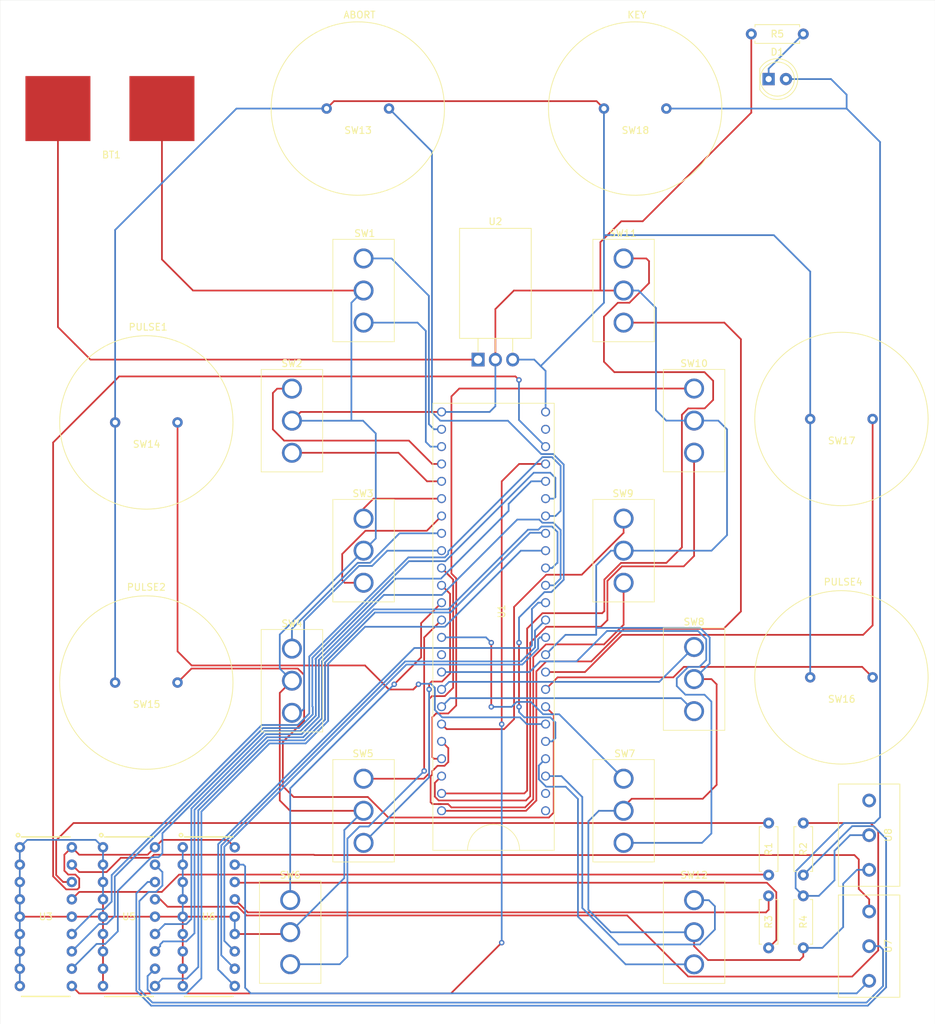
<source format=kicad_pcb>
(kicad_pcb (version 20171130) (host pcbnew "(5.1.9-0-10_14)")

  (general
    (thickness 1.6)
    (drawings 9)
    (tracks 696)
    (zones 0)
    (modules 32)
    (nets 61)
  )

  (page A4)
  (title_block
    (date 2020-09-20)
    (rev Launchbox)
    (company v01)
    (comment 4 "Author: Ankit Khandelwal")
  )

  (layers
    (0 F.Cu signal)
    (31 B.Cu signal)
    (32 B.Adhes user)
    (33 F.Adhes user)
    (34 B.Paste user)
    (35 F.Paste user)
    (36 B.SilkS user)
    (37 F.SilkS user)
    (38 B.Mask user)
    (39 F.Mask user)
    (40 Dwgs.User user)
    (41 Cmts.User user)
    (42 Eco1.User user)
    (43 Eco2.User user)
    (44 Edge.Cuts user)
    (45 Margin user)
    (46 B.CrtYd user)
    (47 F.CrtYd user)
    (48 B.Fab user)
    (49 F.Fab user)
  )

  (setup
    (last_trace_width 0.25)
    (trace_clearance 0.2)
    (zone_clearance 0.508)
    (zone_45_only no)
    (trace_min 0.2)
    (via_size 0.8)
    (via_drill 0.4)
    (via_min_size 0.4)
    (via_min_drill 0.3)
    (uvia_size 0.3)
    (uvia_drill 0.1)
    (uvias_allowed no)
    (uvia_min_size 0.2)
    (uvia_min_drill 0.1)
    (edge_width 0.05)
    (segment_width 0.2)
    (pcb_text_width 0.3)
    (pcb_text_size 1.5 1.5)
    (mod_edge_width 0.12)
    (mod_text_size 1 1)
    (mod_text_width 0.15)
    (pad_size 1.524 1.524)
    (pad_drill 0.762)
    (pad_to_mask_clearance 0.0508)
    (aux_axis_origin 0 0)
    (visible_elements 7FFFFFFF)
    (pcbplotparams
      (layerselection 0x010f0_ffffffff)
      (usegerberextensions false)
      (usegerberattributes false)
      (usegerberadvancedattributes false)
      (creategerberjobfile false)
      (excludeedgelayer true)
      (linewidth 0.100000)
      (plotframeref false)
      (viasonmask false)
      (mode 1)
      (useauxorigin false)
      (hpglpennumber 1)
      (hpglpenspeed 20)
      (hpglpendiameter 15.000000)
      (psnegative false)
      (psa4output false)
      (plotreference true)
      (plotvalue false)
      (plotinvisibletext false)
      (padsonsilk true)
      (subtractmaskfromsilk false)
      (outputformat 1)
      (mirror false)
      (drillshape 0)
      (scaleselection 1)
      (outputdirectory "gerbers/"))
  )

  (net 0 "")
  (net 1 GND)
  (net 2 "Net-(SW1-Pad1)")
  (net 3 "Net-(SW1-Pad3)")
  (net 4 "Net-(SW2-Pad1)")
  (net 5 "Net-(SW2-Pad3)")
  (net 6 "Net-(SW3-Pad3)")
  (net 7 "Net-(SW3-Pad1)")
  (net 8 "Net-(SW4-Pad1)")
  (net 9 "Net-(SW4-Pad3)")
  (net 10 "Net-(SW6-Pad1)")
  (net 11 "Net-(SW6-Pad3)")
  (net 12 "Net-(SW7-Pad3)")
  (net 13 "Net-(SW7-Pad1)")
  (net 14 "Net-(SW8-Pad1)")
  (net 15 "Net-(SW8-Pad3)")
  (net 16 "Net-(SW9-Pad3)")
  (net 17 "Net-(SW9-Pad1)")
  (net 18 "Net-(SW10-Pad3)")
  (net 19 "Net-(SW10-Pad1)")
  (net 20 "Net-(SW11-Pad1)")
  (net 21 "Net-(SW11-Pad3)")
  (net 22 "Net-(SW12-Pad1)")
  (net 23 "Net-(SW12-Pad3)")
  (net 24 "Net-(SW13-Pad1)")
  (net 25 "Net-(SW14-Pad2)")
  (net 26 "Net-(SW15-Pad2)")
  (net 27 "Net-(SW16-Pad2)")
  (net 28 "Net-(SW17-Pad2)")
  (net 29 "Net-(U1-Pad47)")
  (net 30 "Net-(U1-Pad33)")
  (net 31 "Net-(U1-Pad34)")
  (net 32 "Net-(U1-Pad13)")
  (net 33 "Net-(U1-Pad14)")
  (net 34 "Net-(U1-Pad15)")
  (net 35 "Net-(U1-Pad16)")
  (net 36 "Net-(U1-Pad17)")
  (net 37 "Net-(U1-Pad18)")
  (net 38 "Net-(U1-Pad19)")
  (net 39 "Net-(U1-Pad20)")
  (net 40 "Net-(U1-Pad21)")
  (net 41 "Net-(U1-Pad22)")
  (net 42 "Net-(U1-Pad23)")
  (net 43 "Net-(U1-Pad41)")
  (net 44 "Net-(SW5-Pad1)")
  (net 45 "Net-(SW5-Pad3)")
  (net 46 "Net-(SW13-Pad2)")
  (net 47 VCC)
  (net 48 "Net-(R1-Pad2)")
  (net 49 "Net-(R1-Pad1)")
  (net 50 "Net-(R2-Pad2)")
  (net 51 "Net-(R2-Pad1)")
  (net 52 "Net-(R3-Pad2)")
  (net 53 "Net-(R3-Pad1)")
  (net 54 "Net-(U3-Pad17)")
  (net 55 "Net-(U5-Pad17)")
  (net 56 "Net-(U6-Pad17)")
  (net 57 "Net-(U8-Pad3)")
  (net 58 "Net-(D1-Pad2)")
  (net 59 "Net-(D1-Pad1)")
  (net 60 1)

  (net_class Default "This is the default net class."
    (clearance 0.2)
    (trace_width 0.25)
    (via_dia 0.8)
    (via_drill 0.4)
    (uvia_dia 0.3)
    (uvia_drill 0.1)
    (add_net 1)
    (add_net GND)
    (add_net "Net-(D1-Pad1)")
    (add_net "Net-(D1-Pad2)")
    (add_net "Net-(R1-Pad1)")
    (add_net "Net-(R1-Pad2)")
    (add_net "Net-(R2-Pad1)")
    (add_net "Net-(R2-Pad2)")
    (add_net "Net-(R3-Pad1)")
    (add_net "Net-(R3-Pad2)")
    (add_net "Net-(SW1-Pad1)")
    (add_net "Net-(SW1-Pad3)")
    (add_net "Net-(SW10-Pad1)")
    (add_net "Net-(SW10-Pad3)")
    (add_net "Net-(SW11-Pad1)")
    (add_net "Net-(SW11-Pad3)")
    (add_net "Net-(SW12-Pad1)")
    (add_net "Net-(SW12-Pad3)")
    (add_net "Net-(SW13-Pad1)")
    (add_net "Net-(SW13-Pad2)")
    (add_net "Net-(SW14-Pad2)")
    (add_net "Net-(SW15-Pad2)")
    (add_net "Net-(SW16-Pad2)")
    (add_net "Net-(SW17-Pad2)")
    (add_net "Net-(SW2-Pad1)")
    (add_net "Net-(SW2-Pad3)")
    (add_net "Net-(SW3-Pad1)")
    (add_net "Net-(SW3-Pad3)")
    (add_net "Net-(SW4-Pad1)")
    (add_net "Net-(SW4-Pad3)")
    (add_net "Net-(SW5-Pad1)")
    (add_net "Net-(SW5-Pad3)")
    (add_net "Net-(SW6-Pad1)")
    (add_net "Net-(SW6-Pad3)")
    (add_net "Net-(SW7-Pad1)")
    (add_net "Net-(SW7-Pad3)")
    (add_net "Net-(SW8-Pad1)")
    (add_net "Net-(SW8-Pad3)")
    (add_net "Net-(SW9-Pad1)")
    (add_net "Net-(SW9-Pad3)")
    (add_net "Net-(U1-Pad13)")
    (add_net "Net-(U1-Pad14)")
    (add_net "Net-(U1-Pad15)")
    (add_net "Net-(U1-Pad16)")
    (add_net "Net-(U1-Pad17)")
    (add_net "Net-(U1-Pad18)")
    (add_net "Net-(U1-Pad19)")
    (add_net "Net-(U1-Pad20)")
    (add_net "Net-(U1-Pad21)")
    (add_net "Net-(U1-Pad22)")
    (add_net "Net-(U1-Pad23)")
    (add_net "Net-(U1-Pad33)")
    (add_net "Net-(U1-Pad34)")
    (add_net "Net-(U1-Pad41)")
    (add_net "Net-(U1-Pad47)")
    (add_net "Net-(U3-Pad17)")
    (add_net "Net-(U5-Pad17)")
    (add_net "Net-(U6-Pad17)")
    (add_net "Net-(U8-Pad3)")
    (add_net VCC)
  )

  (module Launchbox:HT12E (layer F.Cu) (tedit 60156723) (tstamp 6015CE28)
    (at 34.29 164.338 270)
    (path /60317FE6)
    (fp_text reference U3 (at 0 0 180) (layer F.SilkS)
      (effects (font (size 1 1) (thickness 0.15)))
    )
    (fp_text value HT12E (at 1.778 0 180) (layer F.Fab)
      (effects (font (size 1 1) (thickness 0.15)))
    )
    (fp_line (start 11.684 3.556) (end 11.684 -3.556) (layer F.Fab) (width 0.1016))
    (fp_line (start -11.684 3.556) (end -11.684 -3.556) (layer F.Fab) (width 0.1016))
    (fp_line (start 11.684 3.556) (end -11.684 3.556) (layer F.Fab) (width 0.1016))
    (fp_line (start 11.684 -3.556) (end -11.684 -3.556) (layer F.Fab) (width 0.1016))
    (fp_line (start -11.684 -3.556) (end -11.684 3.556) (layer F.SilkS) (width 0.2032))
    (fp_line (start 11.684 -3.556) (end 11.684 3.556) (layer F.SilkS) (width 0.2032))
    (fp_circle (center -11.938 4.064) (end -11.684 4.064) (layer F.SilkS) (width 0.2032))
    (fp_arc (start -11.684 0) (end -11.684 -1.27) (angle 180) (layer F.Fab) (width 0.1016))
    (pad 17 thru_hole circle (at -7.62 -3.81 270) (size 1.524 1.524) (drill 0.762) (layers *.Cu *.Mask)
      (net 54 "Net-(U3-Pad17)"))
    (pad 12 thru_hole circle (at 5.08 -3.81 270) (size 1.524 1.524) (drill 0.762) (layers *.Cu *.Mask)
      (net 40 "Net-(U1-Pad21)"))
    (pad 11 thru_hole circle (at 7.62 -3.81 270) (size 1.524 1.524) (drill 0.762) (layers *.Cu *.Mask)
      (net 41 "Net-(U1-Pad22)"))
    (pad 18 thru_hole circle (at -10.16 -3.81 270) (size 1.524 1.524) (drill 0.762) (layers *.Cu *.Mask)
      (net 60 1))
    (pad 16 thru_hole circle (at -5.08 -3.81 270) (size 1.524 1.524) (drill 0.762) (layers *.Cu *.Mask)
      (net 49 "Net-(R1-Pad1)"))
    (pad 13 thru_hole circle (at 2.54 -3.81 270) (size 1.524 1.524) (drill 0.762) (layers *.Cu *.Mask)
      (net 39 "Net-(U1-Pad20)"))
    (pad 14 thru_hole circle (at 0 -3.81 270) (size 1.524 1.524) (drill 0.762) (layers *.Cu *.Mask)
      (net 1 GND))
    (pad 15 thru_hole circle (at -2.54 -3.81 270) (size 1.524 1.524) (drill 0.762) (layers *.Cu *.Mask)
      (net 48 "Net-(R1-Pad2)"))
    (pad 10 thru_hole circle (at 10.16 -3.81 270) (size 1.524 1.524) (drill 0.762) (layers *.Cu *.Mask)
      (net 42 "Net-(U1-Pad23)"))
    (pad 9 thru_hole circle (at 10.16 3.81 270) (size 1.524 1.524) (drill 0.762) (layers *.Cu *.Mask)
      (net 1 GND))
    (pad 8 thru_hole circle (at 7.62 3.81 270) (size 1.524 1.524) (drill 0.762) (layers *.Cu *.Mask)
      (net 1 GND))
    (pad 7 thru_hole circle (at 5.08 3.81 270) (size 1.524 1.524) (drill 0.762) (layers *.Cu *.Mask)
      (net 1 GND))
    (pad 6 thru_hole circle (at 2.54 3.81 270) (size 1.524 1.524) (drill 0.762) (layers *.Cu *.Mask)
      (net 1 GND))
    (pad 5 thru_hole circle (at 0 3.81 270) (size 1.524 1.524) (drill 0.762) (layers *.Cu *.Mask)
      (net 1 GND))
    (pad 4 thru_hole circle (at -2.54 3.81 270) (size 1.524 1.524) (drill 0.762) (layers *.Cu *.Mask)
      (net 1 GND))
    (pad 3 thru_hole circle (at -5.08 3.81 270) (size 1.524 1.524) (drill 0.762) (layers *.Cu *.Mask)
      (net 1 GND))
    (pad 2 thru_hole circle (at -7.62 3.81 270) (size 1.524 1.524) (drill 0.762) (layers *.Cu *.Mask)
      (net 1 GND))
    (pad 1 thru_hole circle (at -10.16 3.81 270) (size 1.524 1.524) (drill 0.762) (layers *.Cu *.Mask)
      (net 1 GND))
  )

  (module Launchbox:Pushbutton (layer F.Cu) (tedit 6015C428) (tstamp 60161C5C)
    (at 120.65 45.974)
    (path /60343190)
    (fp_text reference SW18 (at 0.04064 3.19024) (layer F.SilkS)
      (effects (font (size 1 1) (thickness 0.15)))
    )
    (fp_text value SW_Push (at 0.0254 -3.6068) (layer F.Fab)
      (effects (font (size 1 1) (thickness 0.15)))
    )
    (fp_circle (center 0 0) (end 12.7 0) (layer F.SilkS) (width 0.12))
    (pad 2 thru_hole circle (at 4.572 0) (size 1.524 1.524) (drill 0.762) (layers *.Cu *.Mask)
      (net 58 "Net-(D1-Pad2)"))
    (pad 1 thru_hole circle (at -4.572 0) (size 1.524 1.524) (drill 0.762) (layers *.Cu *.Mask)
      (net 24 "Net-(SW13-Pad1)"))
  )

  (module Resistor_THT:R_Axial_DIN0207_L6.3mm_D2.5mm_P7.62mm_Horizontal (layer F.Cu) (tedit 5AE5139B) (tstamp 601A1B81)
    (at 137.668 35.052)
    (descr "Resistor, Axial_DIN0207 series, Axial, Horizontal, pin pitch=7.62mm, 0.25W = 1/4W, length*diameter=6.3*2.5mm^2, http://cdn-reichelt.de/documents/datenblatt/B400/1_4W%23YAG.pdf")
    (tags "Resistor Axial_DIN0207 series Axial Horizontal pin pitch 7.62mm 0.25W = 1/4W length 6.3mm diameter 2.5mm")
    (path /60230841)
    (fp_text reference R5 (at 3.81 0) (layer F.SilkS)
      (effects (font (size 1 1) (thickness 0.15)))
    )
    (fp_text value R_US (at 3.81 2.37) (layer F.Fab)
      (effects (font (size 1 1) (thickness 0.15)))
    )
    (fp_line (start 8.67 -1.5) (end -1.05 -1.5) (layer F.CrtYd) (width 0.05))
    (fp_line (start 8.67 1.5) (end 8.67 -1.5) (layer F.CrtYd) (width 0.05))
    (fp_line (start -1.05 1.5) (end 8.67 1.5) (layer F.CrtYd) (width 0.05))
    (fp_line (start -1.05 -1.5) (end -1.05 1.5) (layer F.CrtYd) (width 0.05))
    (fp_line (start 7.08 1.37) (end 7.08 1.04) (layer F.SilkS) (width 0.12))
    (fp_line (start 0.54 1.37) (end 7.08 1.37) (layer F.SilkS) (width 0.12))
    (fp_line (start 0.54 1.04) (end 0.54 1.37) (layer F.SilkS) (width 0.12))
    (fp_line (start 7.08 -1.37) (end 7.08 -1.04) (layer F.SilkS) (width 0.12))
    (fp_line (start 0.54 -1.37) (end 7.08 -1.37) (layer F.SilkS) (width 0.12))
    (fp_line (start 0.54 -1.04) (end 0.54 -1.37) (layer F.SilkS) (width 0.12))
    (fp_line (start 7.62 0) (end 6.96 0) (layer F.Fab) (width 0.1))
    (fp_line (start 0 0) (end 0.66 0) (layer F.Fab) (width 0.1))
    (fp_line (start 6.96 -1.25) (end 0.66 -1.25) (layer F.Fab) (width 0.1))
    (fp_line (start 6.96 1.25) (end 6.96 -1.25) (layer F.Fab) (width 0.1))
    (fp_line (start 0.66 1.25) (end 6.96 1.25) (layer F.Fab) (width 0.1))
    (fp_line (start 0.66 -1.25) (end 0.66 1.25) (layer F.Fab) (width 0.1))
    (fp_text user %R (at 3.81 0) (layer F.Fab)
      (effects (font (size 1 1) (thickness 0.15)))
    )
    (pad 2 thru_hole oval (at 7.62 0) (size 1.6 1.6) (drill 0.8) (layers *.Cu *.Mask)
      (net 59 "Net-(D1-Pad1)"))
    (pad 1 thru_hole circle (at 0 0) (size 1.6 1.6) (drill 0.8) (layers *.Cu *.Mask)
      (net 1 GND))
    (model ${KISYS3DMOD}/Resistor_THT.3dshapes/R_Axial_DIN0207_L6.3mm_D2.5mm_P7.62mm_Horizontal.wrl
      (at (xyz 0 0 0))
      (scale (xyz 1 1 1))
      (rotate (xyz 0 0 0))
    )
  )

  (module LED_THT:LED_D5.0mm (layer F.Cu) (tedit 5995936A) (tstamp 601A1B12)
    (at 140.208 41.656)
    (descr "LED, diameter 5.0mm, 2 pins, http://cdn-reichelt.de/documents/datenblatt/A500/LL-504BC2E-009.pdf")
    (tags "LED diameter 5.0mm 2 pins")
    (path /6021C346)
    (fp_text reference D1 (at 1.27 -3.96) (layer F.SilkS)
      (effects (font (size 1 1) (thickness 0.15)))
    )
    (fp_text value LED (at 1.27 3.96) (layer F.Fab)
      (effects (font (size 1 1) (thickness 0.15)))
    )
    (fp_line (start 4.5 -3.25) (end -1.95 -3.25) (layer F.CrtYd) (width 0.05))
    (fp_line (start 4.5 3.25) (end 4.5 -3.25) (layer F.CrtYd) (width 0.05))
    (fp_line (start -1.95 3.25) (end 4.5 3.25) (layer F.CrtYd) (width 0.05))
    (fp_line (start -1.95 -3.25) (end -1.95 3.25) (layer F.CrtYd) (width 0.05))
    (fp_line (start -1.29 -1.545) (end -1.29 1.545) (layer F.SilkS) (width 0.12))
    (fp_line (start -1.23 -1.469694) (end -1.23 1.469694) (layer F.Fab) (width 0.1))
    (fp_circle (center 1.27 0) (end 3.77 0) (layer F.SilkS) (width 0.12))
    (fp_circle (center 1.27 0) (end 3.77 0) (layer F.Fab) (width 0.1))
    (fp_text user %R (at 1.25 0) (layer F.Fab)
      (effects (font (size 0.8 0.8) (thickness 0.2)))
    )
    (fp_arc (start 1.27 0) (end -1.29 1.54483) (angle -148.9) (layer F.SilkS) (width 0.12))
    (fp_arc (start 1.27 0) (end -1.29 -1.54483) (angle 148.9) (layer F.SilkS) (width 0.12))
    (fp_arc (start 1.27 0) (end -1.23 -1.469694) (angle 299.1) (layer F.Fab) (width 0.1))
    (pad 2 thru_hole circle (at 2.54 0) (size 1.8 1.8) (drill 0.9) (layers *.Cu *.Mask)
      (net 58 "Net-(D1-Pad2)"))
    (pad 1 thru_hole rect (at 0 0) (size 1.8 1.8) (drill 0.9) (layers *.Cu *.Mask)
      (net 59 "Net-(D1-Pad1)"))
    (model ${KISYS3DMOD}/LED_THT.3dshapes/LED_D5.0mm.wrl
      (at (xyz 0 0 0))
      (scale (xyz 1 1 1))
      (rotate (xyz 0 0 0))
    )
  )

  (module Launchbox:SPDT_Slide_Switch (layer F.Cu) (tedit 6015C745) (tstamp 5F67F68E)
    (at 129.286 129.54 270)
    (path /5F606A46)
    (fp_text reference SW8 (at -8.382 0 180) (layer F.SilkS)
      (effects (font (size 1 1) (thickness 0.15)))
    )
    (fp_text value SW_SPDT_MSM (at -0.0254 -3.302 90) (layer F.Fab)
      (effects (font (size 1 1) (thickness 0.15)))
    )
    (fp_line (start 7.5 4.5) (end 7.5 -4.5) (layer F.SilkS) (width 0.1016))
    (fp_line (start -7.5 -4.5) (end 7.5 -4.5) (layer F.SilkS) (width 0.1016))
    (fp_line (start -7.5 4.5) (end -7.5 -4.5) (layer F.SilkS) (width 0.1016))
    (fp_line (start -7.5 4.5) (end 7.5 4.5) (layer F.SilkS) (width 0.1016))
    (pad 3 thru_hole circle (at 4.699 0 270) (size 2.921 2.921) (drill 2.159) (layers *.Cu *.Mask)
      (net 15 "Net-(SW8-Pad3)"))
    (pad 2 thru_hole circle (at 0 0 270) (size 2.921 2.921) (drill 2.159) (layers *.Cu *.Mask)
      (net 1 GND))
    (pad 1 thru_hole circle (at -4.699 0 270) (size 2.921 2.921) (drill 2.159) (layers *.Cu *.Mask)
      (net 14 "Net-(SW8-Pad1)"))
  )

  (module "Launchbox:Teensy 3.6" (layer F.Cu) (tedit 6015C8A4) (tstamp 601613BC)
    (at 99.905 119.619 90)
    (path /5F6324D3)
    (fp_text reference U1 (at 0 1.187 90) (layer F.SilkS)
      (effects (font (size 1 1) (thickness 0.15)))
    )
    (fp_text value Teensy3.6 (at -0.523 -1.353 90) (layer F.Fab)
      (effects (font (size 1 1) (thickness 0.15)))
    )
    (fp_line (start -35 -8.89) (end -35 8.89) (layer F.SilkS) (width 0.1016))
    (fp_line (start -35 8.89) (end 30.48 8.89) (layer F.SilkS) (width 0.1016))
    (fp_line (start 30.48 8.89) (end 30.48 -8.89) (layer F.SilkS) (width 0.1016))
    (fp_line (start -35 -8.89) (end 30.48 -8.89) (layer F.SilkS) (width 0.1016))
    (fp_arc (start -35 0) (end -35 -3.81) (angle 180) (layer F.SilkS) (width 0.1016))
    (pad 40 thru_hole circle (at 29.21 7.62 90) (size 1.3208 1.3208) (drill 0.9398) (layers *.Cu *.Mask)
      (net 24 "Net-(SW13-Pad1)"))
    (pad 41 thru_hole circle (at 26.67 7.62 90) (size 1.3208 1.3208) (drill 0.9398) (layers *.Cu *.Mask)
      (net 43 "Net-(U1-Pad41)"))
    (pad 42 thru_hole circle (at 24.13 7.62 90) (size 1.3208 1.3208) (drill 0.9398) (layers *.Cu *.Mask)
      (net 60 1))
    (pad 23 thru_hole circle (at 21.59 7.62 90) (size 1.3208 1.3208) (drill 0.9398) (layers *.Cu *.Mask)
      (net 42 "Net-(U1-Pad23)"))
    (pad 22 thru_hole circle (at 19.05 7.62 90) (size 1.3208 1.3208) (drill 0.9398) (layers *.Cu *.Mask)
      (net 41 "Net-(U1-Pad22)"))
    (pad 21 thru_hole circle (at 16.51 7.62 90) (size 1.3208 1.3208) (drill 0.9398) (layers *.Cu *.Mask)
      (net 40 "Net-(U1-Pad21)"))
    (pad 20 thru_hole circle (at 13.97 7.62 90) (size 1.3208 1.3208) (drill 0.9398) (layers *.Cu *.Mask)
      (net 39 "Net-(U1-Pad20)"))
    (pad 19 thru_hole circle (at 11.43 7.62 90) (size 1.3208 1.3208) (drill 0.9398) (layers *.Cu *.Mask)
      (net 38 "Net-(U1-Pad19)"))
    (pad 18 thru_hole circle (at 8.89 7.62 90) (size 1.3208 1.3208) (drill 0.9398) (layers *.Cu *.Mask)
      (net 37 "Net-(U1-Pad18)"))
    (pad 17 thru_hole circle (at 6.35 7.62 90) (size 1.3208 1.3208) (drill 0.9398) (layers *.Cu *.Mask)
      (net 36 "Net-(U1-Pad17)"))
    (pad 16 thru_hole circle (at 3.81 7.62 90) (size 1.3208 1.3208) (drill 0.9398) (layers *.Cu *.Mask)
      (net 35 "Net-(U1-Pad16)"))
    (pad 15 thru_hole circle (at 1.27 7.62 90) (size 1.3208 1.3208) (drill 0.9398) (layers *.Cu *.Mask)
      (net 34 "Net-(U1-Pad15)"))
    (pad 14 thru_hole circle (at -1.27 7.62 90) (size 1.3208 1.3208) (drill 0.9398) (layers *.Cu *.Mask)
      (net 33 "Net-(U1-Pad14)"))
    (pad 13 thru_hole circle (at -3.81 7.62 90) (size 1.3208 1.3208) (drill 0.9398) (layers *.Cu *.Mask)
      (net 32 "Net-(U1-Pad13)"))
    (pad 43 thru_hole circle (at -6.35 7.62 90) (size 1.3208 1.3208) (drill 0.9398) (layers *.Cu *.Mask)
      (net 1 GND))
    (pad 44 thru_hole circle (at -8.89 7.62 90) (size 1.3208 1.3208) (drill 0.9398) (layers *.Cu *.Mask)
      (net 28 "Net-(SW17-Pad2)"))
    (pad 45 thru_hole circle (at -11.43 7.62 90) (size 1.3208 1.3208) (drill 0.9398) (layers *.Cu *.Mask)
      (net 27 "Net-(SW16-Pad2)"))
    (pad 39 thru_hole circle (at -13.97 7.62 90) (size 1.3208 1.3208) (drill 0.9398) (layers *.Cu *.Mask)
      (net 26 "Net-(SW15-Pad2)"))
    (pad 38 thru_hole circle (at -16.51 7.62 90) (size 1.3208 1.3208) (drill 0.9398) (layers *.Cu *.Mask)
      (net 25 "Net-(SW14-Pad2)"))
    (pad 37 thru_hole circle (at -19.05 7.62 90) (size 1.3208 1.3208) (drill 0.9398) (layers *.Cu *.Mask)
      (net 46 "Net-(SW13-Pad2)"))
    (pad 36 thru_hole circle (at -21.59 7.62 90) (size 1.3208 1.3208) (drill 0.9398) (layers *.Cu *.Mask)
      (net 23 "Net-(SW12-Pad3)"))
    (pad 35 thru_hole circle (at -24.13 7.62 90) (size 1.3208 1.3208) (drill 0.9398) (layers *.Cu *.Mask)
      (net 22 "Net-(SW12-Pad1)"))
    (pad 34 thru_hole circle (at -26.67 7.62 90) (size 1.3208 1.3208) (drill 0.9398) (layers *.Cu *.Mask)
      (net 31 "Net-(U1-Pad34)"))
    (pad 33 thru_hole circle (at -29.21 7.62 90) (size 1.3208 1.3208) (drill 0.9398) (layers *.Cu *.Mask)
      (net 30 "Net-(U1-Pad33)"))
    (pad 46 thru_hole circle (at 29.21 -7.62 90) (size 1.3208 1.3208) (drill 0.9398) (layers *.Cu *.Mask)
      (net 1 GND))
    (pad 0 thru_hole circle (at 26.67 -7.62 90) (size 1.3208 1.3208) (drill 0.9398) (layers *.Cu *.Mask)
      (net 2 "Net-(SW1-Pad1)"))
    (pad 1 thru_hole circle (at 24.13 -7.62 90) (size 1.3208 1.3208) (drill 0.9398) (layers *.Cu *.Mask)
      (net 3 "Net-(SW1-Pad3)"))
    (pad 2 thru_hole circle (at 21.59 -7.62 90) (size 1.3208 1.3208) (drill 0.9398) (layers *.Cu *.Mask)
      (net 4 "Net-(SW2-Pad1)"))
    (pad 3 thru_hole circle (at 19.05 -7.62 90) (size 1.3208 1.3208) (drill 0.9398) (layers *.Cu *.Mask)
      (net 5 "Net-(SW2-Pad3)"))
    (pad 4 thru_hole circle (at 16.51 -7.62 90) (size 1.3208 1.3208) (drill 0.9398) (layers *.Cu *.Mask)
      (net 7 "Net-(SW3-Pad1)"))
    (pad 5 thru_hole circle (at 13.97 -7.62 90) (size 1.3208 1.3208) (drill 0.9398) (layers *.Cu *.Mask)
      (net 6 "Net-(SW3-Pad3)"))
    (pad 6 thru_hole circle (at 11.43 -7.62 90) (size 1.3208 1.3208) (drill 0.9398) (layers *.Cu *.Mask)
      (net 8 "Net-(SW4-Pad1)"))
    (pad 7 thru_hole circle (at 8.89 -7.62 90) (size 1.3208 1.3208) (drill 0.9398) (layers *.Cu *.Mask)
      (net 9 "Net-(SW4-Pad3)"))
    (pad 8 thru_hole circle (at 6.35 -7.62 90) (size 1.3208 1.3208) (drill 0.9398) (layers *.Cu *.Mask)
      (net 44 "Net-(SW5-Pad1)"))
    (pad 9 thru_hole circle (at 3.81 -7.62 90) (size 1.3208 1.3208) (drill 0.9398) (layers *.Cu *.Mask)
      (net 45 "Net-(SW5-Pad3)"))
    (pad 10 thru_hole circle (at 1.27 -7.62 90) (size 1.3208 1.3208) (drill 0.9398) (layers *.Cu *.Mask)
      (net 10 "Net-(SW6-Pad1)"))
    (pad 11 thru_hole circle (at -1.27 -7.62 90) (size 1.3208 1.3208) (drill 0.9398) (layers *.Cu *.Mask)
      (net 11 "Net-(SW6-Pad3)"))
    (pad 12 thru_hole circle (at -3.81 -7.62 90) (size 1.3208 1.3208) (drill 0.9398) (layers *.Cu *.Mask)
      (net 13 "Net-(SW7-Pad1)"))
    (pad 47 thru_hole circle (at -6.35 -7.62 90) (size 1.3208 1.3208) (drill 0.9398) (layers *.Cu *.Mask)
      (net 29 "Net-(U1-Pad47)"))
    (pad 24 thru_hole circle (at -8.89 -7.62 90) (size 1.3208 1.3208) (drill 0.9398) (layers *.Cu *.Mask)
      (net 12 "Net-(SW7-Pad3)"))
    (pad 25 thru_hole circle (at -11.43 -7.62 90) (size 1.3208 1.3208) (drill 0.9398) (layers *.Cu *.Mask)
      (net 14 "Net-(SW8-Pad1)"))
    (pad 26 thru_hole circle (at -13.97 -7.62 90) (size 1.3208 1.3208) (drill 0.9398) (layers *.Cu *.Mask)
      (net 15 "Net-(SW8-Pad3)"))
    (pad 27 thru_hole circle (at -16.51 -7.62 90) (size 1.3208 1.3208) (drill 0.9398) (layers *.Cu *.Mask)
      (net 17 "Net-(SW9-Pad1)"))
    (pad 28 thru_hole circle (at -19.05 -7.62 90) (size 1.3208 1.3208) (drill 0.9398) (layers *.Cu *.Mask)
      (net 16 "Net-(SW9-Pad3)"))
    (pad 29 thru_hole circle (at -21.59 -7.62 90) (size 1.3208 1.3208) (drill 0.9398) (layers *.Cu *.Mask)
      (net 19 "Net-(SW10-Pad1)"))
    (pad 30 thru_hole circle (at -24.13 -7.62 90) (size 1.3208 1.3208) (drill 0.9398) (layers *.Cu *.Mask)
      (net 18 "Net-(SW10-Pad3)"))
    (pad 31 thru_hole circle (at -26.67 -7.62 90) (size 1.3208 1.3208) (drill 0.9398) (layers *.Cu *.Mask)
      (net 20 "Net-(SW11-Pad1)"))
    (pad 32 thru_hole circle (at -29.21 -7.62 90) (size 1.3208 1.3208) (drill 0.9398) (layers *.Cu *.Mask)
      (net 21 "Net-(SW11-Pad3)"))
  )

  (module Launchbox:HT12E (layer F.Cu) (tedit 60156723) (tstamp 601620A7)
    (at 58.166 164.338 270)
    (path /6039DE46)
    (fp_text reference U6 (at 0 0 180) (layer F.SilkS)
      (effects (font (size 1 1) (thickness 0.15)))
    )
    (fp_text value HT12E (at 1.778 -0.254 180) (layer F.Fab)
      (effects (font (size 1 1) (thickness 0.15)))
    )
    (fp_line (start 11.684 3.556) (end 11.684 -3.556) (layer F.Fab) (width 0.1016))
    (fp_line (start -11.684 3.556) (end -11.684 -3.556) (layer F.Fab) (width 0.1016))
    (fp_line (start 11.684 3.556) (end -11.684 3.556) (layer F.Fab) (width 0.1016))
    (fp_line (start 11.684 -3.556) (end -11.684 -3.556) (layer F.Fab) (width 0.1016))
    (fp_line (start -11.684 -3.556) (end -11.684 3.556) (layer F.SilkS) (width 0.2032))
    (fp_line (start 11.684 -3.556) (end 11.684 3.556) (layer F.SilkS) (width 0.2032))
    (fp_circle (center -11.938 4.064) (end -11.684 4.064) (layer F.SilkS) (width 0.2032))
    (fp_arc (start -11.684 0) (end -11.684 -1.27) (angle 180) (layer F.Fab) (width 0.1016))
    (pad 17 thru_hole circle (at -7.62 -3.81 270) (size 1.524 1.524) (drill 0.762) (layers *.Cu *.Mask)
      (net 56 "Net-(U6-Pad17)"))
    (pad 12 thru_hole circle (at 5.08 -3.81 270) (size 1.524 1.524) (drill 0.762) (layers *.Cu *.Mask)
      (net 32 "Net-(U1-Pad13)"))
    (pad 11 thru_hole circle (at 7.62 -3.81 270) (size 1.524 1.524) (drill 0.762) (layers *.Cu *.Mask)
      (net 33 "Net-(U1-Pad14)"))
    (pad 18 thru_hole circle (at -10.16 -3.81 270) (size 1.524 1.524) (drill 0.762) (layers *.Cu *.Mask)
      (net 60 1))
    (pad 16 thru_hole circle (at -5.08 -3.81 270) (size 1.524 1.524) (drill 0.762) (layers *.Cu *.Mask)
      (net 53 "Net-(R3-Pad1)"))
    (pad 13 thru_hole circle (at 2.54 -3.81 270) (size 1.524 1.524) (drill 0.762) (layers *.Cu *.Mask)
      (net 1 GND))
    (pad 14 thru_hole circle (at 0 -3.81 270) (size 1.524 1.524) (drill 0.762) (layers *.Cu *.Mask)
      (net 1 GND))
    (pad 15 thru_hole circle (at -2.54 -3.81 270) (size 1.524 1.524) (drill 0.762) (layers *.Cu *.Mask)
      (net 52 "Net-(R3-Pad2)"))
    (pad 10 thru_hole circle (at 10.16 -3.81 270) (size 1.524 1.524) (drill 0.762) (layers *.Cu *.Mask)
      (net 34 "Net-(U1-Pad15)"))
    (pad 9 thru_hole circle (at 10.16 3.81 270) (size 1.524 1.524) (drill 0.762) (layers *.Cu *.Mask)
      (net 1 GND))
    (pad 8 thru_hole circle (at 7.62 3.81 270) (size 1.524 1.524) (drill 0.762) (layers *.Cu *.Mask)
      (net 1 GND))
    (pad 7 thru_hole circle (at 5.08 3.81 270) (size 1.524 1.524) (drill 0.762) (layers *.Cu *.Mask)
      (net 1 GND))
    (pad 6 thru_hole circle (at 2.54 3.81 270) (size 1.524 1.524) (drill 0.762) (layers *.Cu *.Mask)
      (net 1 GND))
    (pad 5 thru_hole circle (at 0 3.81 270) (size 1.524 1.524) (drill 0.762) (layers *.Cu *.Mask)
      (net 1 GND))
    (pad 4 thru_hole circle (at -2.54 3.81 270) (size 1.524 1.524) (drill 0.762) (layers *.Cu *.Mask)
      (net 1 GND))
    (pad 3 thru_hole circle (at -5.08 3.81 270) (size 1.524 1.524) (drill 0.762) (layers *.Cu *.Mask)
      (net 1 GND))
    (pad 2 thru_hole circle (at -7.62 3.81 270) (size 1.524 1.524) (drill 0.762) (layers *.Cu *.Mask)
      (net 1 GND))
    (pad 1 thru_hole circle (at -10.16 3.81 270) (size 1.524 1.524) (drill 0.762) (layers *.Cu *.Mask)
      (net 1 GND))
  )

  (module Launchbox:SPDT_Slide_Switch (layer F.Cu) (tedit 6015C745) (tstamp 5F67F69A)
    (at 118.955 110.729 270)
    (path /5F605C35)
    (fp_text reference SW9 (at -8.367 0.083 180) (layer F.SilkS)
      (effects (font (size 1 1) (thickness 0.15)))
    )
    (fp_text value SW_SPDT_MSM (at -0.0254 -3.219 90) (layer F.Fab)
      (effects (font (size 1 1) (thickness 0.15)))
    )
    (fp_line (start 7.5 4.5) (end 7.5 -4.5) (layer F.SilkS) (width 0.1016))
    (fp_line (start -7.5 -4.5) (end 7.5 -4.5) (layer F.SilkS) (width 0.1016))
    (fp_line (start -7.5 4.5) (end -7.5 -4.5) (layer F.SilkS) (width 0.1016))
    (fp_line (start -7.5 4.5) (end 7.5 4.5) (layer F.SilkS) (width 0.1016))
    (pad 3 thru_hole circle (at 4.699 0 270) (size 2.921 2.921) (drill 2.159) (layers *.Cu *.Mask)
      (net 16 "Net-(SW9-Pad3)"))
    (pad 2 thru_hole circle (at 0 0 270) (size 2.921 2.921) (drill 2.159) (layers *.Cu *.Mask)
      (net 1 GND))
    (pad 1 thru_hole circle (at -4.699 0 270) (size 2.921 2.921) (drill 2.159) (layers *.Cu *.Mask)
      (net 17 "Net-(SW9-Pad1)"))
  )

  (module Launchbox:SPDT_Slide_Switch (layer F.Cu) (tedit 6015C745) (tstamp 5F67F682)
    (at 118.955 148.829 270)
    (path /5F607311)
    (fp_text reference SW7 (at -8.367 -0.171 180) (layer F.SilkS)
      (effects (font (size 1 1) (thickness 0.15)))
    )
    (fp_text value SW_SPDT_MSM (at 0.015 -3.219 90) (layer F.Fab)
      (effects (font (size 1 1) (thickness 0.15)))
    )
    (fp_line (start 7.5 4.5) (end 7.5 -4.5) (layer F.SilkS) (width 0.1016))
    (fp_line (start -7.5 -4.5) (end 7.5 -4.5) (layer F.SilkS) (width 0.1016))
    (fp_line (start -7.5 4.5) (end -7.5 -4.5) (layer F.SilkS) (width 0.1016))
    (fp_line (start -7.5 4.5) (end 7.5 4.5) (layer F.SilkS) (width 0.1016))
    (pad 3 thru_hole circle (at 4.699 0 270) (size 2.921 2.921) (drill 2.159) (layers *.Cu *.Mask)
      (net 12 "Net-(SW7-Pad3)"))
    (pad 2 thru_hole circle (at 0 0 270) (size 2.921 2.921) (drill 2.159) (layers *.Cu *.Mask)
      (net 1 GND))
    (pad 1 thru_hole circle (at -4.699 0 270) (size 2.921 2.921) (drill 2.159) (layers *.Cu *.Mask)
      (net 13 "Net-(SW7-Pad1)"))
  )

  (module Launchbox:ScrewTerminals (layer F.Cu) (tedit 60161A8B) (tstamp 6015CE63)
    (at 154.94 152.4 90)
    (path /60190F41)
    (fp_text reference U8 (at 0.02 2.794 90) (layer F.SilkS)
      (effects (font (size 1 1) (thickness 0.15)))
    )
    (fp_text value SerialScrewTerminals (at 0 -2.032 90) (layer F.Fab)
      (effects (font (size 1 1) (thickness 0.15)))
    )
    (fp_line (start 7.493 4.5) (end 7.493 -4.5) (layer F.SilkS) (width 0.12))
    (fp_line (start -7.493 -4.5) (end 7.493 -4.5) (layer F.SilkS) (width 0.12))
    (fp_line (start -7.493 4.5) (end -7.493 -4.5) (layer F.SilkS) (width 0.12))
    (fp_line (start -7.493 4.5) (end 7.493 4.5) (layer F.SilkS) (width 0.12))
    (pad 3 thru_hole circle (at 5.08 0 90) (size 2 2) (drill 1.2) (layers *.Cu *.Mask)
      (net 57 "Net-(U8-Pad3)"))
    (pad 2 thru_hole circle (at 0 0 90) (size 2 2) (drill 1.2) (layers *.Cu *.Mask)
      (net 58 "Net-(D1-Pad2)"))
    (pad 1 thru_hole circle (at -5.08 0 90) (size 2 2) (drill 1.2) (layers *.Cu *.Mask)
      (net 1 GND))
  )

  (module Launchbox:SPDT_Slide_Switch (layer F.Cu) (tedit 6015C745) (tstamp 60161910)
    (at 80.855 110.729 270)
    (path /5F605329)
    (fp_text reference SW3 (at -8.367 0.083 180) (layer F.SilkS)
      (effects (font (size 1 1) (thickness 0.15)))
    )
    (fp_text value SW_SPDT_MSM (at -0.0254 -3.219 90) (layer F.Fab)
      (effects (font (size 1 1) (thickness 0.15)))
    )
    (fp_line (start 7.5 4.5) (end 7.5 -4.5) (layer F.SilkS) (width 0.1016))
    (fp_line (start -7.5 -4.5) (end 7.5 -4.5) (layer F.SilkS) (width 0.1016))
    (fp_line (start -7.5 4.5) (end -7.5 -4.5) (layer F.SilkS) (width 0.1016))
    (fp_line (start -7.5 4.5) (end 7.5 4.5) (layer F.SilkS) (width 0.1016))
    (pad 3 thru_hole circle (at 4.699 0 270) (size 2.921 2.921) (drill 2.159) (layers *.Cu *.Mask)
      (net 6 "Net-(SW3-Pad3)"))
    (pad 2 thru_hole circle (at 0 0 270) (size 2.921 2.921) (drill 2.159) (layers *.Cu *.Mask)
      (net 1 GND))
    (pad 1 thru_hole circle (at -4.699 0 270) (size 2.921 2.921) (drill 2.159) (layers *.Cu *.Mask)
      (net 7 "Net-(SW3-Pad1)"))
  )

  (module Launchbox:SPDT_Slide_Switch (layer F.Cu) (tedit 6015C745) (tstamp 60161981)
    (at 80.855 148.829 270)
    (path /5F649AFA)
    (fp_text reference SW5 (at -8.367 0.083 180) (layer F.SilkS)
      (effects (font (size 1 1) (thickness 0.15)))
    )
    (fp_text value SW_SPDT_MSM (at -0.0254 -2.965 90) (layer F.Fab)
      (effects (font (size 1 1) (thickness 0.15)))
    )
    (fp_line (start 7.5 4.5) (end 7.5 -4.5) (layer F.SilkS) (width 0.1016))
    (fp_line (start -7.5 -4.5) (end 7.5 -4.5) (layer F.SilkS) (width 0.1016))
    (fp_line (start -7.5 4.5) (end -7.5 -4.5) (layer F.SilkS) (width 0.1016))
    (fp_line (start -7.5 4.5) (end 7.5 4.5) (layer F.SilkS) (width 0.1016))
    (pad 3 thru_hole circle (at 4.699 0 270) (size 2.921 2.921) (drill 2.159) (layers *.Cu *.Mask)
      (net 45 "Net-(SW5-Pad3)"))
    (pad 2 thru_hole circle (at 0 0 270) (size 2.921 2.921) (drill 2.159) (layers *.Cu *.Mask)
      (net 1 GND))
    (pad 1 thru_hole circle (at -4.699 0 270) (size 2.921 2.921) (drill 2.159) (layers *.Cu *.Mask)
      (net 44 "Net-(SW5-Pad1)"))
  )

  (module Launchbox:ScrewTerminals (layer F.Cu) (tedit 60161A8B) (tstamp 60162ACF)
    (at 154.94 168.656 90)
    (path /60171D48)
    (fp_text reference U7 (at 0.02 2.794 90) (layer F.SilkS)
      (effects (font (size 1 1) (thickness 0.15)))
    )
    (fp_text value SerialScrewTerminals (at 0 -2.032 90) (layer F.Fab)
      (effects (font (size 1 1) (thickness 0.15)))
    )
    (fp_line (start 7.493 4.5) (end 7.493 -4.5) (layer F.SilkS) (width 0.12))
    (fp_line (start -7.493 -4.5) (end 7.493 -4.5) (layer F.SilkS) (width 0.12))
    (fp_line (start -7.493 4.5) (end -7.493 -4.5) (layer F.SilkS) (width 0.12))
    (fp_line (start -7.493 4.5) (end 7.493 4.5) (layer F.SilkS) (width 0.12))
    (pad 3 thru_hole circle (at 5.08 0 90) (size 2 2) (drill 1.2) (layers *.Cu *.Mask)
      (net 54 "Net-(U3-Pad17)"))
    (pad 2 thru_hole circle (at 0 0 90) (size 2 2) (drill 1.2) (layers *.Cu *.Mask)
      (net 55 "Net-(U5-Pad17)"))
    (pad 1 thru_hole circle (at -5.08 0 90) (size 2 2) (drill 1.2) (layers *.Cu *.Mask)
      (net 56 "Net-(U6-Pad17)"))
  )

  (module Launchbox:Pushbutton (layer F.Cu) (tedit 6015C428) (tstamp 5F68065E)
    (at 49.022 91.948)
    (path /5F6D856D)
    (fp_text reference SW14 (at 0.04064 3.19024) (layer F.SilkS)
      (effects (font (size 1 1) (thickness 0.15)))
    )
    (fp_text value SW_Push (at 0.0254 -3.6068) (layer F.Fab)
      (effects (font (size 1 1) (thickness 0.15)))
    )
    (fp_circle (center 0 0) (end 12.7 0) (layer F.SilkS) (width 0.12))
    (pad 2 thru_hole circle (at 4.572 0) (size 1.524 1.524) (drill 0.762) (layers *.Cu *.Mask)
      (net 25 "Net-(SW14-Pad2)"))
    (pad 1 thru_hole circle (at -4.572 0) (size 1.524 1.524) (drill 0.762) (layers *.Cu *.Mask)
      (net 24 "Net-(SW13-Pad1)"))
  )

  (module Launchbox:Pushbutton (layer F.Cu) (tedit 6015C428) (tstamp 60161C37)
    (at 80.01 45.974)
    (path /5F6D38A1)
    (fp_text reference SW13 (at 0.04064 3.19024) (layer F.SilkS)
      (effects (font (size 1 1) (thickness 0.15)))
    )
    (fp_text value SW_Push (at 0.0254 -3.6068) (layer F.Fab)
      (effects (font (size 1 1) (thickness 0.15)))
    )
    (fp_circle (center 0 0) (end 12.7 0) (layer F.SilkS) (width 0.12))
    (pad 2 thru_hole circle (at 4.572 0) (size 1.524 1.524) (drill 0.762) (layers *.Cu *.Mask)
      (net 46 "Net-(SW13-Pad2)"))
    (pad 1 thru_hole circle (at -4.572 0) (size 1.524 1.524) (drill 0.762) (layers *.Cu *.Mask)
      (net 24 "Net-(SW13-Pad1)"))
  )

  (module Launchbox:SPDT_Slide_Switch (layer F.Cu) (tedit 6015C745) (tstamp 60161072)
    (at 70.358 91.694 270)
    (path /5F604B92)
    (fp_text reference SW2 (at -8.382 0 180) (layer F.SilkS)
      (effects (font (size 1 1) (thickness 0.15)))
    )
    (fp_text value SW_SPDT_MSM (at 0 -3.302 90) (layer F.Fab)
      (effects (font (size 1 1) (thickness 0.15)))
    )
    (fp_line (start 7.5 4.5) (end 7.5 -4.5) (layer F.SilkS) (width 0.1016))
    (fp_line (start -7.5 -4.5) (end 7.5 -4.5) (layer F.SilkS) (width 0.1016))
    (fp_line (start -7.5 4.5) (end -7.5 -4.5) (layer F.SilkS) (width 0.1016))
    (fp_line (start -7.5 4.5) (end 7.5 4.5) (layer F.SilkS) (width 0.1016))
    (pad 3 thru_hole circle (at 4.699 0 270) (size 2.921 2.921) (drill 2.159) (layers *.Cu *.Mask)
      (net 5 "Net-(SW2-Pad3)"))
    (pad 2 thru_hole circle (at 0 0 270) (size 2.921 2.921) (drill 2.159) (layers *.Cu *.Mask)
      (net 1 GND))
    (pad 1 thru_hole circle (at -4.699 0 270) (size 2.921 2.921) (drill 2.159) (layers *.Cu *.Mask)
      (net 4 "Net-(SW2-Pad1)"))
  )

  (module Launchbox:SPDT_Slide_Switch (layer F.Cu) (tedit 6015C745) (tstamp 5F67F6A6)
    (at 129.286 91.679 270)
    (path /5F606277)
    (fp_text reference SW10 (at -8.367 0 180) (layer F.SilkS)
      (effects (font (size 1 1) (thickness 0.15)))
    )
    (fp_text value SW_SPDT_MSM (at 0.269 -3.302 90) (layer F.Fab)
      (effects (font (size 1 1) (thickness 0.15)))
    )
    (fp_line (start 7.5 4.5) (end 7.5 -4.5) (layer F.SilkS) (width 0.1016))
    (fp_line (start -7.5 -4.5) (end 7.5 -4.5) (layer F.SilkS) (width 0.1016))
    (fp_line (start -7.5 4.5) (end -7.5 -4.5) (layer F.SilkS) (width 0.1016))
    (fp_line (start -7.5 4.5) (end 7.5 4.5) (layer F.SilkS) (width 0.1016))
    (pad 3 thru_hole circle (at 4.699 0 270) (size 2.921 2.921) (drill 2.159) (layers *.Cu *.Mask)
      (net 18 "Net-(SW10-Pad3)"))
    (pad 2 thru_hole circle (at 0 0 270) (size 2.921 2.921) (drill 2.159) (layers *.Cu *.Mask)
      (net 1 GND))
    (pad 1 thru_hole circle (at -4.699 0 270) (size 2.921 2.921) (drill 2.159) (layers *.Cu *.Mask)
      (net 19 "Net-(SW10-Pad1)"))
  )

  (module Launchbox:SPDT_Slide_Switch (layer F.Cu) (tedit 6015C745) (tstamp 5F68120C)
    (at 70.358 129.779 270)
    (path /5F605654)
    (fp_text reference SW4 (at -8.367 0 180) (layer F.SilkS)
      (effects (font (size 1 1) (thickness 0.15)))
    )
    (fp_text value SW_SPDT_MSM (at 0.015 -3.302 90) (layer F.Fab)
      (effects (font (size 1 1) (thickness 0.15)))
    )
    (fp_line (start 7.5 4.5) (end 7.5 -4.5) (layer F.SilkS) (width 0.1016))
    (fp_line (start -7.5 -4.5) (end 7.5 -4.5) (layer F.SilkS) (width 0.1016))
    (fp_line (start -7.5 4.5) (end -7.5 -4.5) (layer F.SilkS) (width 0.1016))
    (fp_line (start -7.5 4.5) (end 7.5 4.5) (layer F.SilkS) (width 0.1016))
    (pad 3 thru_hole circle (at 4.699 0 270) (size 2.921 2.921) (drill 2.159) (layers *.Cu *.Mask)
      (net 9 "Net-(SW4-Pad3)"))
    (pad 2 thru_hole circle (at 0 0 270) (size 2.921 2.921) (drill 2.159) (layers *.Cu *.Mask)
      (net 1 GND))
    (pad 1 thru_hole circle (at -4.699 0 270) (size 2.921 2.921) (drill 2.159) (layers *.Cu *.Mask)
      (net 8 "Net-(SW4-Pad1)"))
  )

  (module Launchbox:Pushbutton (layer F.Cu) (tedit 6015C428) (tstamp 5F680CE5)
    (at 150.876 129.286)
    (path /5F6D9158)
    (fp_text reference SW16 (at 0.04064 3.19024) (layer F.SilkS)
      (effects (font (size 1 1) (thickness 0.15)))
    )
    (fp_text value SW_Push (at 0.0254 -3.6068) (layer F.Fab)
      (effects (font (size 1 1) (thickness 0.15)))
    )
    (fp_circle (center 0 0) (end 12.7 0) (layer F.SilkS) (width 0.12))
    (pad 2 thru_hole circle (at 4.572 0) (size 1.524 1.524) (drill 0.762) (layers *.Cu *.Mask)
      (net 27 "Net-(SW16-Pad2)"))
    (pad 1 thru_hole circle (at -4.572 0) (size 1.524 1.524) (drill 0.762) (layers *.Cu *.Mask)
      (net 24 "Net-(SW13-Pad1)"))
  )

  (module Launchbox:Pushbutton (layer F.Cu) (tedit 6015C428) (tstamp 5F67F6D0)
    (at 49.022 130.048)
    (path /5F6D7EE9)
    (fp_text reference SW15 (at 0.04064 3.19024) (layer F.SilkS)
      (effects (font (size 1 1) (thickness 0.15)))
    )
    (fp_text value SW_Push (at 0.0254 -3.6068) (layer F.Fab)
      (effects (font (size 1 1) (thickness 0.15)))
    )
    (fp_circle (center 0 0) (end 12.7 0) (layer F.SilkS) (width 0.12))
    (pad 2 thru_hole circle (at 4.572 0) (size 1.524 1.524) (drill 0.762) (layers *.Cu *.Mask)
      (net 26 "Net-(SW15-Pad2)"))
    (pad 1 thru_hole circle (at -4.572 0) (size 1.524 1.524) (drill 0.762) (layers *.Cu *.Mask)
      (net 24 "Net-(SW13-Pad1)"))
  )

  (module Launchbox:SPDT_Slide_Switch (layer F.Cu) (tedit 6015C745) (tstamp 601616DE)
    (at 129.286 166.624 270)
    (path /5F64B120)
    (fp_text reference SW12 (at -8.382 0 180) (layer F.SilkS)
      (effects (font (size 1 1) (thickness 0.15)))
    )
    (fp_text value SW_SPDT_MSM (at -0.0254 -3.048 90) (layer F.Fab)
      (effects (font (size 1 1) (thickness 0.15)))
    )
    (fp_line (start 7.5 4.5) (end 7.5 -4.5) (layer F.SilkS) (width 0.1016))
    (fp_line (start -7.5 -4.5) (end 7.5 -4.5) (layer F.SilkS) (width 0.1016))
    (fp_line (start -7.5 4.5) (end -7.5 -4.5) (layer F.SilkS) (width 0.1016))
    (fp_line (start -7.5 4.5) (end 7.5 4.5) (layer F.SilkS) (width 0.1016))
    (pad 3 thru_hole circle (at 4.699 0 270) (size 2.921 2.921) (drill 2.159) (layers *.Cu *.Mask)
      (net 23 "Net-(SW12-Pad3)"))
    (pad 2 thru_hole circle (at 0 0 270) (size 2.921 2.921) (drill 2.159) (layers *.Cu *.Mask)
      (net 1 GND))
    (pad 1 thru_hole circle (at -4.699 0 270) (size 2.921 2.921) (drill 2.159) (layers *.Cu *.Mask)
      (net 22 "Net-(SW12-Pad1)"))
  )

  (module Resistor_THT:R_Axial_DIN0207_L6.3mm_D2.5mm_P7.62mm_Horizontal (layer F.Cu) (tedit 5AE5139B) (tstamp 60162735)
    (at 145.288 158.242 90)
    (descr "Resistor, Axial_DIN0207 series, Axial, Horizontal, pin pitch=7.62mm, 0.25W = 1/4W, length*diameter=6.3*2.5mm^2, http://cdn-reichelt.de/documents/datenblatt/B400/1_4W%23YAG.pdf")
    (tags "Resistor Axial_DIN0207 series Axial Horizontal pin pitch 7.62mm 0.25W = 1/4W length 6.3mm diameter 2.5mm")
    (path /6023ECFC)
    (fp_text reference R2 (at 3.81 0 90) (layer F.SilkS)
      (effects (font (size 1 1) (thickness 0.15)))
    )
    (fp_text value R_US (at 3.81 2.37 90) (layer F.Fab)
      (effects (font (size 1 1) (thickness 0.15)))
    )
    (fp_line (start 0.66 -1.25) (end 0.66 1.25) (layer F.Fab) (width 0.1))
    (fp_line (start 0.66 1.25) (end 6.96 1.25) (layer F.Fab) (width 0.1))
    (fp_line (start 6.96 1.25) (end 6.96 -1.25) (layer F.Fab) (width 0.1))
    (fp_line (start 6.96 -1.25) (end 0.66 -1.25) (layer F.Fab) (width 0.1))
    (fp_line (start 0 0) (end 0.66 0) (layer F.Fab) (width 0.1))
    (fp_line (start 7.62 0) (end 6.96 0) (layer F.Fab) (width 0.1))
    (fp_line (start 0.54 -1.04) (end 0.54 -1.37) (layer F.SilkS) (width 0.12))
    (fp_line (start 0.54 -1.37) (end 7.08 -1.37) (layer F.SilkS) (width 0.12))
    (fp_line (start 7.08 -1.37) (end 7.08 -1.04) (layer F.SilkS) (width 0.12))
    (fp_line (start 0.54 1.04) (end 0.54 1.37) (layer F.SilkS) (width 0.12))
    (fp_line (start 0.54 1.37) (end 7.08 1.37) (layer F.SilkS) (width 0.12))
    (fp_line (start 7.08 1.37) (end 7.08 1.04) (layer F.SilkS) (width 0.12))
    (fp_line (start -1.05 -1.5) (end -1.05 1.5) (layer F.CrtYd) (width 0.05))
    (fp_line (start -1.05 1.5) (end 8.67 1.5) (layer F.CrtYd) (width 0.05))
    (fp_line (start 8.67 1.5) (end 8.67 -1.5) (layer F.CrtYd) (width 0.05))
    (fp_line (start 8.67 -1.5) (end -1.05 -1.5) (layer F.CrtYd) (width 0.05))
    (fp_text user %R (at 3.81 0 90) (layer F.Fab)
      (effects (font (size 1 1) (thickness 0.15)))
    )
    (pad 2 thru_hole oval (at 7.62 0 90) (size 1.6 1.6) (drill 0.8) (layers *.Cu *.Mask)
      (net 50 "Net-(R2-Pad2)"))
    (pad 1 thru_hole circle (at 0 0 90) (size 1.6 1.6) (drill 0.8) (layers *.Cu *.Mask)
      (net 51 "Net-(R2-Pad1)"))
    (model ${KISYS3DMOD}/Resistor_THT.3dshapes/R_Axial_DIN0207_L6.3mm_D2.5mm_P7.62mm_Horizontal.wrl
      (at (xyz 0 0 0))
      (scale (xyz 1 1 1))
      (rotate (xyz 0 0 0))
    )
  )

  (module Package_TO_SOT_THT:TO-220F-3_Horizontal_TabDown (layer F.Cu) (tedit 5AC8BA0D) (tstamp 5F67F735)
    (at 97.63 82.744)
    (descr "TO-220F-3, Horizontal, RM 2.54mm, see http://www.st.com/resource/en/datasheet/stp20nm60.pdf")
    (tags "TO-220F-3 Horizontal RM 2.54mm")
    (path /5F667F69)
    (fp_text reference U2 (at 2.54 -20.22) (layer F.SilkS)
      (effects (font (size 1 1) (thickness 0.15)))
    )
    (fp_text value L7805 (at 2.54 2) (layer F.Fab)
      (effects (font (size 1 1) (thickness 0.15)))
    )
    (fp_line (start 7.92 -19.35) (end -2.84 -19.35) (layer F.CrtYd) (width 0.05))
    (fp_line (start 7.92 1.25) (end 7.92 -19.35) (layer F.CrtYd) (width 0.05))
    (fp_line (start -2.84 1.25) (end 7.92 1.25) (layer F.CrtYd) (width 0.05))
    (fp_line (start -2.84 -19.35) (end -2.84 1.25) (layer F.CrtYd) (width 0.05))
    (fp_line (start 5.08 -3.11) (end 5.08 -1.15) (layer F.SilkS) (width 0.12))
    (fp_line (start 2.54 -3.11) (end 2.54 -1.15) (layer F.SilkS) (width 0.12))
    (fp_line (start 0 -3.11) (end 0 -1.15) (layer F.SilkS) (width 0.12))
    (fp_line (start 7.79 -19.22) (end 7.79 -3.11) (layer F.SilkS) (width 0.12))
    (fp_line (start -2.71 -19.22) (end -2.71 -3.11) (layer F.SilkS) (width 0.12))
    (fp_line (start -2.71 -19.22) (end 7.79 -19.22) (layer F.SilkS) (width 0.12))
    (fp_line (start -2.71 -3.11) (end 7.79 -3.11) (layer F.SilkS) (width 0.12))
    (fp_line (start 5.08 -3.23) (end 5.08 0) (layer F.Fab) (width 0.1))
    (fp_line (start 2.54 -3.23) (end 2.54 0) (layer F.Fab) (width 0.1))
    (fp_line (start 0 -3.23) (end 0 0) (layer F.Fab) (width 0.1))
    (fp_line (start 7.67 -3.23) (end -2.59 -3.23) (layer F.Fab) (width 0.1))
    (fp_line (start 7.67 -12.42) (end 7.67 -3.23) (layer F.Fab) (width 0.1))
    (fp_line (start -2.59 -12.42) (end 7.67 -12.42) (layer F.Fab) (width 0.1))
    (fp_line (start -2.59 -3.23) (end -2.59 -12.42) (layer F.Fab) (width 0.1))
    (fp_line (start 7.67 -12.42) (end -2.59 -12.42) (layer F.Fab) (width 0.1))
    (fp_line (start 7.67 -19.1) (end 7.67 -12.42) (layer F.Fab) (width 0.1))
    (fp_line (start -2.59 -19.1) (end 7.67 -19.1) (layer F.Fab) (width 0.1))
    (fp_line (start -2.59 -12.42) (end -2.59 -19.1) (layer F.Fab) (width 0.1))
    (fp_circle (center 2.54 -15.8) (end 4.39 -15.8) (layer F.Fab) (width 0.1))
    (fp_text user %R (at 2.54 -20.22) (layer F.Fab)
      (effects (font (size 1 1) (thickness 0.15)))
    )
    (pad "" np_thru_hole oval (at 2.54 -15.8) (size 3.5 3.5) (drill 3.5) (layers *.Cu *.Mask))
    (pad 1 thru_hole rect (at 0 0) (size 1.905 2) (drill 1.2) (layers *.Cu *.Mask)
      (net 47 VCC))
    (pad 2 thru_hole oval (at 2.54 0) (size 1.905 2) (drill 1.2) (layers *.Cu *.Mask)
      (net 1 GND))
    (pad 3 thru_hole oval (at 5.08 0) (size 1.905 2) (drill 1.2) (layers *.Cu *.Mask)
      (net 24 "Net-(SW13-Pad1)"))
    (model ${KISYS3DMOD}/Package_TO_SOT_THT.3dshapes/TO-220F-3_Horizontal_TabDown.wrl
      (at (xyz 0 0 0))
      (scale (xyz 1 1 1))
      (rotate (xyz 0 0 0))
    )
  )

  (module Launchbox:SPDT_Slide_Switch (layer F.Cu) (tedit 6015C745) (tstamp 601618AA)
    (at 80.855 72.629 270)
    (path /5F604B13)
    (fp_text reference SW1 (at -8.367 -0.171 180) (layer F.SilkS)
      (effects (font (size 1 1) (thickness 0.15)))
    )
    (fp_text value SW_SPDT_MSM (at -0.239 -2.965 90) (layer F.Fab)
      (effects (font (size 1 1) (thickness 0.15)))
    )
    (fp_line (start 7.5 4.5) (end 7.5 -4.5) (layer F.SilkS) (width 0.1016))
    (fp_line (start -7.5 -4.5) (end 7.5 -4.5) (layer F.SilkS) (width 0.1016))
    (fp_line (start -7.5 4.5) (end -7.5 -4.5) (layer F.SilkS) (width 0.1016))
    (fp_line (start -7.5 4.5) (end 7.5 4.5) (layer F.SilkS) (width 0.1016))
    (pad 3 thru_hole circle (at 4.699 0 270) (size 2.921 2.921) (drill 2.159) (layers *.Cu *.Mask)
      (net 3 "Net-(SW1-Pad3)"))
    (pad 2 thru_hole circle (at 0 0 270) (size 2.921 2.921) (drill 2.159) (layers *.Cu *.Mask)
      (net 1 GND))
    (pad 1 thru_hole circle (at -4.699 0 270) (size 2.921 2.921) (drill 2.159) (layers *.Cu *.Mask)
      (net 2 "Net-(SW1-Pad1)"))
  )

  (module Resistor_THT:R_Axial_DIN0207_L6.3mm_D2.5mm_P7.62mm_Horizontal (layer F.Cu) (tedit 5AE5139B) (tstamp 601627FD)
    (at 145.288 168.91 90)
    (descr "Resistor, Axial_DIN0207 series, Axial, Horizontal, pin pitch=7.62mm, 0.25W = 1/4W, length*diameter=6.3*2.5mm^2, http://cdn-reichelt.de/documents/datenblatt/B400/1_4W%23YAG.pdf")
    (tags "Resistor Axial_DIN0207 series Axial Horizontal pin pitch 7.62mm 0.25W = 1/4W length 6.3mm diameter 2.5mm")
    (path /60394DF1)
    (fp_text reference R4 (at 3.81 0 90) (layer F.SilkS)
      (effects (font (size 1 1) (thickness 0.15)))
    )
    (fp_text value R_US (at 3.81 2.37 90) (layer F.Fab)
      (effects (font (size 1 1) (thickness 0.15)))
    )
    (fp_line (start 0.66 -1.25) (end 0.66 1.25) (layer F.Fab) (width 0.1))
    (fp_line (start 0.66 1.25) (end 6.96 1.25) (layer F.Fab) (width 0.1))
    (fp_line (start 6.96 1.25) (end 6.96 -1.25) (layer F.Fab) (width 0.1))
    (fp_line (start 6.96 -1.25) (end 0.66 -1.25) (layer F.Fab) (width 0.1))
    (fp_line (start 0 0) (end 0.66 0) (layer F.Fab) (width 0.1))
    (fp_line (start 7.62 0) (end 6.96 0) (layer F.Fab) (width 0.1))
    (fp_line (start 0.54 -1.04) (end 0.54 -1.37) (layer F.SilkS) (width 0.12))
    (fp_line (start 0.54 -1.37) (end 7.08 -1.37) (layer F.SilkS) (width 0.12))
    (fp_line (start 7.08 -1.37) (end 7.08 -1.04) (layer F.SilkS) (width 0.12))
    (fp_line (start 0.54 1.04) (end 0.54 1.37) (layer F.SilkS) (width 0.12))
    (fp_line (start 0.54 1.37) (end 7.08 1.37) (layer F.SilkS) (width 0.12))
    (fp_line (start 7.08 1.37) (end 7.08 1.04) (layer F.SilkS) (width 0.12))
    (fp_line (start -1.05 -1.5) (end -1.05 1.5) (layer F.CrtYd) (width 0.05))
    (fp_line (start -1.05 1.5) (end 8.67 1.5) (layer F.CrtYd) (width 0.05))
    (fp_line (start 8.67 1.5) (end 8.67 -1.5) (layer F.CrtYd) (width 0.05))
    (fp_line (start 8.67 -1.5) (end -1.05 -1.5) (layer F.CrtYd) (width 0.05))
    (fp_text user %R (at 3.81 0 90) (layer F.Fab)
      (effects (font (size 1 1) (thickness 0.15)))
    )
    (pad 2 thru_hole oval (at 7.62 0 90) (size 1.6 1.6) (drill 0.8) (layers *.Cu *.Mask)
      (net 58 "Net-(D1-Pad2)"))
    (pad 1 thru_hole circle (at 0 0 90) (size 1.6 1.6) (drill 0.8) (layers *.Cu *.Mask)
      (net 1 GND))
    (model ${KISYS3DMOD}/Resistor_THT.3dshapes/R_Axial_DIN0207_L6.3mm_D2.5mm_P7.62mm_Horizontal.wrl
      (at (xyz 0 0 0))
      (scale (xyz 1 1 1))
      (rotate (xyz 0 0 0))
    )
  )

  (module Launchbox:Pushbutton (layer F.Cu) (tedit 6015C428) (tstamp 60161BB4)
    (at 150.876 91.44)
    (path /5F6D96EF)
    (fp_text reference SW17 (at 0.04064 3.19024) (layer F.SilkS)
      (effects (font (size 1 1) (thickness 0.15)))
    )
    (fp_text value SW_Push (at 0.0254 -3.6068) (layer F.Fab)
      (effects (font (size 1 1) (thickness 0.15)))
    )
    (fp_circle (center 0 0) (end 12.7 0) (layer F.SilkS) (width 0.12))
    (pad 2 thru_hole circle (at 4.572 0) (size 1.524 1.524) (drill 0.762) (layers *.Cu *.Mask)
      (net 28 "Net-(SW17-Pad2)"))
    (pad 1 thru_hole circle (at -4.572 0) (size 1.524 1.524) (drill 0.762) (layers *.Cu *.Mask)
      (net 24 "Net-(SW13-Pad1)"))
  )

  (module Launchbox:HT12E (layer F.Cu) (tedit 60156723) (tstamp 60162452)
    (at 46.482 164.338 270)
    (path /6039C81C)
    (fp_text reference U5 (at 0 0 180) (layer F.SilkS)
      (effects (font (size 1 1) (thickness 0.15)))
    )
    (fp_text value HT12E (at 1.778 -0.254 180) (layer F.Fab)
      (effects (font (size 1 1) (thickness 0.15)))
    )
    (fp_line (start 11.684 3.556) (end 11.684 -3.556) (layer F.Fab) (width 0.1016))
    (fp_line (start -11.684 3.556) (end -11.684 -3.556) (layer F.Fab) (width 0.1016))
    (fp_line (start 11.684 3.556) (end -11.684 3.556) (layer F.Fab) (width 0.1016))
    (fp_line (start 11.684 -3.556) (end -11.684 -3.556) (layer F.Fab) (width 0.1016))
    (fp_line (start -11.684 -3.556) (end -11.684 3.556) (layer F.SilkS) (width 0.2032))
    (fp_line (start 11.684 -3.556) (end 11.684 3.556) (layer F.SilkS) (width 0.2032))
    (fp_circle (center -11.938 4.064) (end -11.684 4.064) (layer F.SilkS) (width 0.2032))
    (fp_arc (start -11.684 0) (end -11.684 -1.27) (angle 180) (layer F.Fab) (width 0.1016))
    (pad 17 thru_hole circle (at -7.62 -3.81 270) (size 1.524 1.524) (drill 0.762) (layers *.Cu *.Mask)
      (net 55 "Net-(U5-Pad17)"))
    (pad 12 thru_hole circle (at 5.08 -3.81 270) (size 1.524 1.524) (drill 0.762) (layers *.Cu *.Mask)
      (net 36 "Net-(U1-Pad17)"))
    (pad 11 thru_hole circle (at 7.62 -3.81 270) (size 1.524 1.524) (drill 0.762) (layers *.Cu *.Mask)
      (net 37 "Net-(U1-Pad18)"))
    (pad 18 thru_hole circle (at -10.16 -3.81 270) (size 1.524 1.524) (drill 0.762) (layers *.Cu *.Mask)
      (net 60 1))
    (pad 16 thru_hole circle (at -5.08 -3.81 270) (size 1.524 1.524) (drill 0.762) (layers *.Cu *.Mask)
      (net 51 "Net-(R2-Pad1)"))
    (pad 13 thru_hole circle (at 2.54 -3.81 270) (size 1.524 1.524) (drill 0.762) (layers *.Cu *.Mask)
      (net 35 "Net-(U1-Pad16)"))
    (pad 14 thru_hole circle (at 0 -3.81 270) (size 1.524 1.524) (drill 0.762) (layers *.Cu *.Mask)
      (net 1 GND))
    (pad 15 thru_hole circle (at -2.54 -3.81 270) (size 1.524 1.524) (drill 0.762) (layers *.Cu *.Mask)
      (net 50 "Net-(R2-Pad2)"))
    (pad 10 thru_hole circle (at 10.16 -3.81 270) (size 1.524 1.524) (drill 0.762) (layers *.Cu *.Mask)
      (net 38 "Net-(U1-Pad19)"))
    (pad 9 thru_hole circle (at 10.16 3.81 270) (size 1.524 1.524) (drill 0.762) (layers *.Cu *.Mask)
      (net 1 GND))
    (pad 8 thru_hole circle (at 7.62 3.81 270) (size 1.524 1.524) (drill 0.762) (layers *.Cu *.Mask)
      (net 1 GND))
    (pad 7 thru_hole circle (at 5.08 3.81 270) (size 1.524 1.524) (drill 0.762) (layers *.Cu *.Mask)
      (net 1 GND))
    (pad 6 thru_hole circle (at 2.54 3.81 270) (size 1.524 1.524) (drill 0.762) (layers *.Cu *.Mask)
      (net 1 GND))
    (pad 5 thru_hole circle (at 0 3.81 270) (size 1.524 1.524) (drill 0.762) (layers *.Cu *.Mask)
      (net 1 GND))
    (pad 4 thru_hole circle (at -2.54 3.81 270) (size 1.524 1.524) (drill 0.762) (layers *.Cu *.Mask)
      (net 1 GND))
    (pad 3 thru_hole circle (at -5.08 3.81 270) (size 1.524 1.524) (drill 0.762) (layers *.Cu *.Mask)
      (net 1 GND))
    (pad 2 thru_hole circle (at -7.62 3.81 270) (size 1.524 1.524) (drill 0.762) (layers *.Cu *.Mask)
      (net 1 GND))
    (pad 1 thru_hole circle (at -10.16 3.81 270) (size 1.524 1.524) (drill 0.762) (layers *.Cu *.Mask)
      (net 1 GND))
  )

  (module Launchbox:Lipo_Battery_Connector (layer F.Cu) (tedit 5F641BA3) (tstamp 5F67F62E)
    (at 43.688 45.974)
    (path /5F6591D9)
    (fp_text reference BT1 (at 0.21 6.78) (layer F.SilkS)
      (effects (font (size 1 1) (thickness 0.15)))
    )
    (fp_text value Battery_Cell (at 0.08 -7.69) (layer F.Fab)
      (effects (font (size 1 1) (thickness 0.15)))
    )
    (pad 2 smd rect (at 7.62 0) (size 9.525 9.525) (layers F.Cu F.Paste F.Mask)
      (net 1 GND))
    (pad 1 smd rect (at -7.62 0) (size 9.525 9.525) (layers F.Cu F.Paste F.Mask)
      (net 47 VCC))
  )

  (module Launchbox:SPDT_Slide_Switch (layer F.Cu) (tedit 6015C745) (tstamp 6016178F)
    (at 70.104 166.609 270)
    (path /5F64A31F)
    (fp_text reference SW6 (at -8.367 0 180) (layer F.SilkS)
      (effects (font (size 1 1) (thickness 0.15)))
    )
    (fp_text value SW_SPDT_MSM (at -0.0254 -3.048 90) (layer F.Fab)
      (effects (font (size 1 1) (thickness 0.15)))
    )
    (fp_line (start 7.5 4.5) (end 7.5 -4.5) (layer F.SilkS) (width 0.1016))
    (fp_line (start -7.5 -4.5) (end 7.5 -4.5) (layer F.SilkS) (width 0.1016))
    (fp_line (start -7.5 4.5) (end -7.5 -4.5) (layer F.SilkS) (width 0.1016))
    (fp_line (start -7.5 4.5) (end 7.5 4.5) (layer F.SilkS) (width 0.1016))
    (pad 3 thru_hole circle (at 4.699 0 270) (size 2.921 2.921) (drill 2.159) (layers *.Cu *.Mask)
      (net 11 "Net-(SW6-Pad3)"))
    (pad 2 thru_hole circle (at 0 0 270) (size 2.921 2.921) (drill 2.159) (layers *.Cu *.Mask)
      (net 1 GND))
    (pad 1 thru_hole circle (at -4.699 0 270) (size 2.921 2.921) (drill 2.159) (layers *.Cu *.Mask)
      (net 10 "Net-(SW6-Pad1)"))
  )

  (module Resistor_THT:R_Axial_DIN0207_L6.3mm_D2.5mm_P7.62mm_Horizontal (layer F.Cu) (tedit 5AE5139B) (tstamp 6016266D)
    (at 140.208 150.622 270)
    (descr "Resistor, Axial_DIN0207 series, Axial, Horizontal, pin pitch=7.62mm, 0.25W = 1/4W, length*diameter=6.3*2.5mm^2, http://cdn-reichelt.de/documents/datenblatt/B400/1_4W%23YAG.pdf")
    (tags "Resistor Axial_DIN0207 series Axial Horizontal pin pitch 7.62mm 0.25W = 1/4W length 6.3mm diameter 2.5mm")
    (path /602634CC)
    (fp_text reference R1 (at 3.81 0 90) (layer F.SilkS)
      (effects (font (size 1 1) (thickness 0.15)))
    )
    (fp_text value R_US (at 3.81 2.37 90) (layer F.Fab)
      (effects (font (size 1 1) (thickness 0.15)))
    )
    (fp_line (start 0.66 -1.25) (end 0.66 1.25) (layer F.Fab) (width 0.1))
    (fp_line (start 0.66 1.25) (end 6.96 1.25) (layer F.Fab) (width 0.1))
    (fp_line (start 6.96 1.25) (end 6.96 -1.25) (layer F.Fab) (width 0.1))
    (fp_line (start 6.96 -1.25) (end 0.66 -1.25) (layer F.Fab) (width 0.1))
    (fp_line (start 0 0) (end 0.66 0) (layer F.Fab) (width 0.1))
    (fp_line (start 7.62 0) (end 6.96 0) (layer F.Fab) (width 0.1))
    (fp_line (start 0.54 -1.04) (end 0.54 -1.37) (layer F.SilkS) (width 0.12))
    (fp_line (start 0.54 -1.37) (end 7.08 -1.37) (layer F.SilkS) (width 0.12))
    (fp_line (start 7.08 -1.37) (end 7.08 -1.04) (layer F.SilkS) (width 0.12))
    (fp_line (start 0.54 1.04) (end 0.54 1.37) (layer F.SilkS) (width 0.12))
    (fp_line (start 0.54 1.37) (end 7.08 1.37) (layer F.SilkS) (width 0.12))
    (fp_line (start 7.08 1.37) (end 7.08 1.04) (layer F.SilkS) (width 0.12))
    (fp_line (start -1.05 -1.5) (end -1.05 1.5) (layer F.CrtYd) (width 0.05))
    (fp_line (start -1.05 1.5) (end 8.67 1.5) (layer F.CrtYd) (width 0.05))
    (fp_line (start 8.67 1.5) (end 8.67 -1.5) (layer F.CrtYd) (width 0.05))
    (fp_line (start 8.67 -1.5) (end -1.05 -1.5) (layer F.CrtYd) (width 0.05))
    (fp_text user %R (at 3.81 0 90) (layer F.Fab)
      (effects (font (size 1 1) (thickness 0.15)))
    )
    (pad 2 thru_hole oval (at 7.62 0 270) (size 1.6 1.6) (drill 0.8) (layers *.Cu *.Mask)
      (net 48 "Net-(R1-Pad2)"))
    (pad 1 thru_hole circle (at 0 0 270) (size 1.6 1.6) (drill 0.8) (layers *.Cu *.Mask)
      (net 49 "Net-(R1-Pad1)"))
    (model ${KISYS3DMOD}/Resistor_THT.3dshapes/R_Axial_DIN0207_L6.3mm_D2.5mm_P7.62mm_Horizontal.wrl
      (at (xyz 0 0 0))
      (scale (xyz 1 1 1))
      (rotate (xyz 0 0 0))
    )
  )

  (module Launchbox:SPDT_Slide_Switch (layer F.Cu) (tedit 6015C745) (tstamp 60161629)
    (at 118.955 72.629 270)
    (path /5F64A902)
    (fp_text reference SW11 (at -8.367 0.083 180) (layer F.SilkS)
      (effects (font (size 1 1) (thickness 0.15)))
    )
    (fp_text value SW_SPDT_MSM (at -0.0254 -3.219 90) (layer F.Fab)
      (effects (font (size 1 1) (thickness 0.15)))
    )
    (fp_line (start 7.5 4.5) (end 7.5 -4.5) (layer F.SilkS) (width 0.1016))
    (fp_line (start -7.5 -4.5) (end 7.5 -4.5) (layer F.SilkS) (width 0.1016))
    (fp_line (start -7.5 4.5) (end -7.5 -4.5) (layer F.SilkS) (width 0.1016))
    (fp_line (start -7.5 4.5) (end 7.5 4.5) (layer F.SilkS) (width 0.1016))
    (pad 3 thru_hole circle (at 4.699 0 270) (size 2.921 2.921) (drill 2.159) (layers *.Cu *.Mask)
      (net 21 "Net-(SW11-Pad3)"))
    (pad 2 thru_hole circle (at 0 0 270) (size 2.921 2.921) (drill 2.159) (layers *.Cu *.Mask)
      (net 1 GND))
    (pad 1 thru_hole circle (at -4.699 0 270) (size 2.921 2.921) (drill 2.159) (layers *.Cu *.Mask)
      (net 20 "Net-(SW11-Pad1)"))
  )

  (module Resistor_THT:R_Axial_DIN0207_L6.3mm_D2.5mm_P7.62mm_Horizontal (layer F.Cu) (tedit 5AE5139B) (tstamp 601628E5)
    (at 140.208 168.91 90)
    (descr "Resistor, Axial_DIN0207 series, Axial, Horizontal, pin pitch=7.62mm, 0.25W = 1/4W, length*diameter=6.3*2.5mm^2, http://cdn-reichelt.de/documents/datenblatt/B400/1_4W%23YAG.pdf")
    (tags "Resistor Axial_DIN0207 series Axial Horizontal pin pitch 7.62mm 0.25W = 1/4W length 6.3mm diameter 2.5mm")
    (path /602D2FBA)
    (fp_text reference R3 (at 3.81 0 90) (layer F.SilkS)
      (effects (font (size 1 1) (thickness 0.15)))
    )
    (fp_text value R_US (at 3.81 -2.286 90) (layer F.Fab)
      (effects (font (size 1 1) (thickness 0.15)))
    )
    (fp_line (start 0.66 -1.25) (end 0.66 1.25) (layer F.Fab) (width 0.1))
    (fp_line (start 0.66 1.25) (end 6.96 1.25) (layer F.Fab) (width 0.1))
    (fp_line (start 6.96 1.25) (end 6.96 -1.25) (layer F.Fab) (width 0.1))
    (fp_line (start 6.96 -1.25) (end 0.66 -1.25) (layer F.Fab) (width 0.1))
    (fp_line (start 0 0) (end 0.66 0) (layer F.Fab) (width 0.1))
    (fp_line (start 7.62 0) (end 6.96 0) (layer F.Fab) (width 0.1))
    (fp_line (start 0.54 -1.04) (end 0.54 -1.37) (layer F.SilkS) (width 0.12))
    (fp_line (start 0.54 -1.37) (end 7.08 -1.37) (layer F.SilkS) (width 0.12))
    (fp_line (start 7.08 -1.37) (end 7.08 -1.04) (layer F.SilkS) (width 0.12))
    (fp_line (start 0.54 1.04) (end 0.54 1.37) (layer F.SilkS) (width 0.12))
    (fp_line (start 0.54 1.37) (end 7.08 1.37) (layer F.SilkS) (width 0.12))
    (fp_line (start 7.08 1.37) (end 7.08 1.04) (layer F.SilkS) (width 0.12))
    (fp_line (start -1.05 -1.5) (end -1.05 1.5) (layer F.CrtYd) (width 0.05))
    (fp_line (start -1.05 1.5) (end 8.67 1.5) (layer F.CrtYd) (width 0.05))
    (fp_line (start 8.67 1.5) (end 8.67 -1.5) (layer F.CrtYd) (width 0.05))
    (fp_line (start 8.67 -1.5) (end -1.05 -1.5) (layer F.CrtYd) (width 0.05))
    (fp_text user %R (at 3.81 0 90) (layer F.Fab)
      (effects (font (size 1 1) (thickness 0.15)))
    )
    (pad 2 thru_hole oval (at 7.62 0 90) (size 1.6 1.6) (drill 0.8) (layers *.Cu *.Mask)
      (net 52 "Net-(R3-Pad2)"))
    (pad 1 thru_hole circle (at 0 0 90) (size 1.6 1.6) (drill 0.8) (layers *.Cu *.Mask)
      (net 53 "Net-(R3-Pad1)"))
    (model ${KISYS3DMOD}/Resistor_THT.3dshapes/R_Axial_DIN0207_L6.3mm_D2.5mm_P7.62mm_Horizontal.wrl
      (at (xyz 0 0 0))
      (scale (xyz 1 1 1))
      (rotate (xyz 0 0 0))
    )
  )

  (gr_line (start 164.592 30.086) (end 164.592 180.086) (layer Edge.Cuts) (width 0.0254))
  (gr_line (start 27.592 30.086) (end 164.592 30.086) (layer Edge.Cuts) (width 0.0254))
  (gr_line (start 27.592 180.086) (end 27.592 30.086) (layer Edge.Cuts) (width 0.0254))
  (gr_line (start 164.592 180.086) (end 27.592 180.086) (layer Edge.Cuts) (width 0.0254))
  (gr_text KEY (at 120.904 32.258) (layer F.SilkS)
    (effects (font (size 1 1) (thickness 0.15)))
  )
  (gr_text PULSE1 (at 49.276 77.978) (layer F.SilkS)
    (effects (font (size 1 1) (thickness 0.15)))
  )
  (gr_text ABORT (at 80.264 32.258) (layer F.SilkS)
    (effects (font (size 1 1) (thickness 0.15)))
  )
  (gr_text PULSE2 (at 49.022 116.078) (layer F.SilkS)
    (effects (font (size 1 1) (thickness 0.15)))
  )
  (gr_text PULSE4 (at 151.13 115.316) (layer F.SilkS)
    (effects (font (size 1 1) (thickness 0.15)))
  )

  (segment (start 69.835 166.878) (end 70.104 166.609) (width 0.25) (layer F.Cu) (net 1))
  (segment (start 30.48 171.958) (end 30.48 174.498) (width 0.25) (layer B.Cu) (net 1))
  (segment (start 30.48 166.878) (end 30.48 169.418) (width 0.25) (layer B.Cu) (net 1))
  (segment (start 61.976 164.338) (end 61.976 166.878) (width 0.25) (layer B.Cu) (net 1))
  (segment (start 38.1 164.338) (end 30.48 164.338) (width 0.25) (layer F.Cu) (net 1))
  (segment (start 42.672 164.338) (end 38.1 164.338) (width 0.25) (layer F.Cu) (net 1))
  (segment (start 50.292 164.338) (end 42.672 164.338) (width 0.25) (layer F.Cu) (net 1))
  (segment (start 61.976 166.878) (end 69.835 166.878) (width 0.25) (layer F.Cu) (net 1))
  (segment (start 54.356 154.178) (end 54.356 156.718) (width 0.25) (layer B.Cu) (net 1))
  (segment (start 30.48 159.258) (end 30.48 161.798) (width 0.25) (layer B.Cu) (net 1))
  (segment (start 30.48 154.178) (end 30.48 156.718) (width 0.25) (layer B.Cu) (net 1))
  (segment (start 42.672 156.718) (end 42.672 159.258) (width 0.25) (layer B.Cu) (net 1))
  (segment (start 30.48 161.798) (end 30.48 164.338) (width 0.25) (layer B.Cu) (net 1))
  (segment (start 30.48 164.338) (end 30.48 166.878) (width 0.25) (layer B.Cu) (net 1))
  (segment (start 54.356 159.258) (end 54.356 161.798) (width 0.25) (layer B.Cu) (net 1))
  (segment (start 30.48 169.418) (end 30.48 171.958) (width 0.25) (layer B.Cu) (net 1))
  (segment (start 30.48 156.718) (end 30.48 159.258) (width 0.25) (layer B.Cu) (net 1))
  (segment (start 54.356 156.718) (end 54.356 159.258) (width 0.25) (layer B.Cu) (net 1))
  (segment (start 42.672 159.258) (end 42.672 161.798) (width 0.25) (layer B.Cu) (net 1))
  (segment (start 54.356 164.338) (end 50.292 164.338) (width 0.25) (layer F.Cu) (net 1))
  (segment (start 42.672 156.718) (end 42.672 154.178) (width 0.25) (layer B.Cu) (net 1))
  (segment (start 51.308 45.974) (end 51.308 68.072) (width 0.25) (layer F.Cu) (net 1))
  (segment (start 55.865 72.629) (end 80.855 72.629) (width 0.25) (layer F.Cu) (net 1))
  (segment (start 51.308 68.072) (end 55.865 72.629) (width 0.25) (layer F.Cu) (net 1))
  (segment (start 100.17 75.344) (end 100.17 82.744) (width 0.25) (layer F.Cu) (net 1))
  (segment (start 102.885 72.629) (end 100.17 75.344) (width 0.25) (layer F.Cu) (net 1))
  (segment (start 118.955 72.629) (end 121.143 72.629) (width 0.25) (layer B.Cu) (net 1))
  (segment (start 121.143 72.629) (end 123.698 75.184) (width 0.25) (layer B.Cu) (net 1))
  (segment (start 123.698 75.184) (end 123.698 90.17) (width 0.25) (layer B.Cu) (net 1))
  (segment (start 125.207 91.679) (end 129.286 91.679) (width 0.25) (layer B.Cu) (net 1))
  (segment (start 123.698 90.17) (end 125.207 91.679) (width 0.25) (layer B.Cu) (net 1))
  (segment (start 131.841 110.729) (end 134.112 108.458) (width 0.25) (layer B.Cu) (net 1))
  (segment (start 134.112 108.458) (end 134.112 92.964) (width 0.25) (layer B.Cu) (net 1))
  (segment (start 132.827 91.679) (end 129.286 91.679) (width 0.25) (layer B.Cu) (net 1))
  (segment (start 134.112 92.964) (end 132.827 91.679) (width 0.25) (layer B.Cu) (net 1))
  (segment (start 123.967 110.729) (end 131.841 110.729) (width 0.25) (layer B.Cu) (net 1))
  (segment (start 118.955 110.729) (end 123.967 110.729) (width 0.25) (layer B.Cu) (net 1))
  (segment (start 80.855 110.729) (end 82.640501 108.943499) (width 0.25) (layer B.Cu) (net 1))
  (segment (start 82.640501 93.562501) (end 80.772 91.694) (width 0.25) (layer B.Cu) (net 1))
  (segment (start 79.069499 91.618501) (end 78.994 91.694) (width 0.25) (layer B.Cu) (net 1))
  (segment (start 79.069499 74.414501) (end 79.069499 91.618501) (width 0.25) (layer B.Cu) (net 1))
  (segment (start 80.855 72.629) (end 79.069499 74.414501) (width 0.25) (layer B.Cu) (net 1))
  (segment (start 78.994 91.694) (end 70.358 91.694) (width 0.25) (layer B.Cu) (net 1))
  (segment (start 80.772 91.694) (end 78.994 91.694) (width 0.25) (layer B.Cu) (net 1))
  (segment (start 82.640501 96.175499) (end 82.640501 93.562501) (width 0.25) (layer B.Cu) (net 1))
  (segment (start 82.640501 108.943499) (end 82.640501 96.175499) (width 0.25) (layer B.Cu) (net 1))
  (segment (start 145.288 168.91) (end 148.082 168.91) (width 0.25) (layer B.Cu) (net 1))
  (segment (start 148.082 168.91) (end 151.13 165.862) (width 0.25) (layer B.Cu) (net 1))
  (segment (start 151.13 165.862) (end 151.13 159.512) (width 0.25) (layer B.Cu) (net 1))
  (segment (start 153.162 157.48) (end 154.94 157.48) (width 0.25) (layer B.Cu) (net 1))
  (segment (start 151.13 159.512) (end 153.162 157.48) (width 0.25) (layer B.Cu) (net 1))
  (segment (start 41.584999 153.090999) (end 42.672 154.178) (width 0.25) (layer B.Cu) (net 1))
  (segment (start 31.567001 153.090999) (end 41.584999 153.090999) (width 0.25) (layer B.Cu) (net 1))
  (segment (start 30.48 154.178) (end 31.567001 153.090999) (width 0.25) (layer B.Cu) (net 1))
  (segment (start 129.286 166.624) (end 129.286 168.656) (width 0.25) (layer F.Cu) (net 1))
  (segment (start 129.286 168.656) (end 131.318 170.688) (width 0.25) (layer F.Cu) (net 1))
  (segment (start 131.318 170.688) (end 144.78 170.688) (width 0.25) (layer F.Cu) (net 1))
  (segment (start 145.288 170.18) (end 145.288 168.91) (width 0.25) (layer F.Cu) (net 1))
  (segment (start 144.78 170.688) (end 145.288 170.18) (width 0.25) (layer F.Cu) (net 1))
  (segment (start 71.643 90.409) (end 70.358 91.694) (width 0.25) (layer F.Cu) (net 1))
  (segment (start 92.285 90.409) (end 71.643 90.409) (width 0.25) (layer F.Cu) (net 1))
  (segment (start 68.572499 127.993499) (end 70.358 129.779) (width 0.25) (layer B.Cu) (net 1))
  (segment (start 68.572499 123.011501) (end 68.572499 127.993499) (width 0.25) (layer B.Cu) (net 1))
  (segment (start 80.855 110.729) (end 68.572499 123.011501) (width 0.25) (layer B.Cu) (net 1))
  (segment (start 68.572499 131.564501) (end 68.572499 147.312499) (width 0.25) (layer F.Cu) (net 1))
  (segment (start 70.358 129.779) (end 68.572499 131.564501) (width 0.25) (layer F.Cu) (net 1))
  (segment (start 70.089 148.829) (end 80.855 148.829) (width 0.25) (layer F.Cu) (net 1))
  (segment (start 68.572499 147.312499) (end 70.089 148.829) (width 0.25) (layer F.Cu) (net 1))
  (segment (start 42.672 164.338) (end 42.672 166.878) (width 0.25) (layer F.Cu) (net 1))
  (segment (start 42.672 166.878) (end 42.672 169.418) (width 0.25) (layer F.Cu) (net 1))
  (segment (start 42.672 169.418) (end 42.672 171.958) (width 0.25) (layer F.Cu) (net 1))
  (segment (start 42.672 171.958) (end 42.672 174.498) (width 0.25) (layer F.Cu) (net 1))
  (segment (start 42.672 164.338) (end 42.672 161.798) (width 0.25) (layer F.Cu) (net 1))
  (segment (start 54.356 174.498) (end 54.356 171.958) (width 0.25) (layer F.Cu) (net 1))
  (segment (start 54.356 171.958) (end 54.356 169.418) (width 0.25) (layer F.Cu) (net 1))
  (segment (start 54.356 169.418) (end 54.356 166.878) (width 0.25) (layer F.Cu) (net 1))
  (segment (start 54.356 166.878) (end 54.356 164.338) (width 0.25) (layer F.Cu) (net 1))
  (segment (start 54.356 164.338) (end 54.356 161.798) (width 0.25) (layer B.Cu) (net 1))
  (segment (start 54.356 164.338) (end 61.976 164.338) (width 0.25) (layer F.Cu) (net 1))
  (segment (start 119.956 147.828) (end 118.955 148.829) (width 0.25) (layer B.Cu) (net 1))
  (segment (start 92.285 90.409) (end 99.329 90.409) (width 0.25) (layer B.Cu) (net 1))
  (segment (start 100.17 89.568) (end 100.17 82.744) (width 0.25) (layer B.Cu) (net 1))
  (segment (start 99.329 90.409) (end 100.17 89.568) (width 0.25) (layer B.Cu) (net 1))
  (segment (start 110.438501 123.055499) (end 107.525 125.969) (width 0.25) (layer B.Cu) (net 1))
  (segment (start 118.955 110.729) (end 117.109 110.729) (width 0.25) (layer B.Cu) (net 1))
  (segment (start 117.109 110.729) (end 114.942501 112.895499) (width 0.25) (layer B.Cu) (net 1))
  (segment (start 114.942501 123.055499) (end 110.438501 123.055499) (width 0.25) (layer B.Cu) (net 1))
  (segment (start 118.955 148.829) (end 118.955 148.253) (width 0.25) (layer F.Cu) (net 1))
  (segment (start 118.955 148.253) (end 120.142 147.066) (width 0.25) (layer F.Cu) (net 1))
  (segment (start 120.142 147.066) (end 130.556 147.066) (width 0.25) (layer F.Cu) (net 1))
  (segment (start 130.556 147.066) (end 132.588 145.034) (width 0.25) (layer F.Cu) (net 1))
  (segment (start 132.588 145.034) (end 132.588 130.302) (width 0.25) (layer F.Cu) (net 1))
  (segment (start 131.826 129.54) (end 129.286 129.54) (width 0.25) (layer F.Cu) (net 1))
  (segment (start 132.588 130.302) (end 131.826 129.54) (width 0.25) (layer F.Cu) (net 1))
  (segment (start 130.167499 122.039499) (end 114.942501 122.039499) (width 0.25) (layer B.Cu) (net 1))
  (segment (start 131.572 123.444) (end 130.167499 122.039499) (width 0.25) (layer B.Cu) (net 1))
  (segment (start 131.572 127.254) (end 131.572 123.444) (width 0.25) (layer B.Cu) (net 1))
  (segment (start 129.286 129.54) (end 131.572 127.254) (width 0.25) (layer B.Cu) (net 1))
  (segment (start 114.942501 122.039499) (end 114.942501 123.055499) (width 0.25) (layer B.Cu) (net 1))
  (segment (start 114.942501 112.895499) (end 114.942501 122.039499) (width 0.25) (layer B.Cu) (net 1))
  (segment (start 129.286 166.624) (end 117.094 166.624) (width 0.25) (layer B.Cu) (net 1))
  (segment (start 117.094 166.624) (end 113.792 163.322) (width 0.25) (layer B.Cu) (net 1))
  (segment (start 113.792 150.368) (end 115.331 148.829) (width 0.25) (layer B.Cu) (net 1))
  (segment (start 113.792 163.322) (end 113.792 150.368) (width 0.25) (layer B.Cu) (net 1))
  (segment (start 115.331 148.829) (end 118.955 148.829) (width 0.25) (layer B.Cu) (net 1))
  (segment (start 78.035991 151.648009) (end 80.855 148.829) (width 0.25) (layer B.Cu) (net 1))
  (segment (start 78.035991 158.677009) (end 78.035991 151.648009) (width 0.25) (layer B.Cu) (net 1))
  (segment (start 70.104 166.609) (end 78.035991 158.677009) (width 0.25) (layer B.Cu) (net 1))
  (segment (start 137.668 46.574458) (end 121.758458 62.484) (width 0.25) (layer F.Cu) (net 1))
  (segment (start 137.668 35.052) (end 137.668 46.574458) (width 0.25) (layer F.Cu) (net 1))
  (segment (start 121.758458 62.484) (end 118.618 62.484) (width 0.25) (layer F.Cu) (net 1))
  (segment (start 115.555 65.547) (end 115.555 72.629) (width 0.25) (layer F.Cu) (net 1))
  (segment (start 118.618 62.484) (end 115.555 65.547) (width 0.25) (layer F.Cu) (net 1))
  (segment (start 115.555 72.629) (end 102.885 72.629) (width 0.25) (layer F.Cu) (net 1))
  (segment (start 118.955 72.629) (end 115.555 72.629) (width 0.25) (layer F.Cu) (net 1))
  (segment (start 80.855 67.93) (end 84.948 67.93) (width 0.25) (layer B.Cu) (net 2))
  (segment (start 84.948 67.93) (end 90.424 73.406) (width 0.25) (layer B.Cu) (net 2))
  (segment (start 90.424 73.406) (end 90.424 92.202) (width 0.25) (layer B.Cu) (net 2))
  (segment (start 91.171 92.949) (end 92.285 92.949) (width 0.25) (layer B.Cu) (net 2))
  (segment (start 90.424 92.202) (end 91.171 92.949) (width 0.25) (layer B.Cu) (net 2))
  (segment (start 80.855 77.328) (end 88.758 77.328) (width 0.25) (layer B.Cu) (net 3))
  (segment (start 88.758 77.328) (end 89.97399 78.54399) (width 0.25) (layer B.Cu) (net 3))
  (segment (start 89.97399 78.54399) (end 89.97399 94.79999) (width 0.25) (layer B.Cu) (net 3))
  (segment (start 90.663 95.489) (end 92.285 95.489) (width 0.25) (layer B.Cu) (net 3))
  (segment (start 89.97399 94.79999) (end 90.663 95.489) (width 0.25) (layer B.Cu) (net 3))
  (segment (start 70.358 86.995) (end 68.199 86.995) (width 0.25) (layer F.Cu) (net 4))
  (segment (start 68.199 86.995) (end 67.564 87.63) (width 0.25) (layer F.Cu) (net 4))
  (segment (start 67.564 87.63) (end 67.564 92.964) (width 0.25) (layer F.Cu) (net 4))
  (segment (start 69.207499 94.607499) (end 87.495499 94.607499) (width 0.25) (layer F.Cu) (net 4))
  (segment (start 67.564 92.964) (end 69.207499 94.607499) (width 0.25) (layer F.Cu) (net 4))
  (segment (start 90.917 98.029) (end 92.285 98.029) (width 0.25) (layer F.Cu) (net 4))
  (segment (start 87.495499 94.607499) (end 90.917 98.029) (width 0.25) (layer F.Cu) (net 4))
  (segment (start 70.358 96.393) (end 85.979 96.393) (width 0.25) (layer F.Cu) (net 5))
  (segment (start 90.155 100.569) (end 92.285 100.569) (width 0.25) (layer F.Cu) (net 5))
  (segment (start 85.979 96.393) (end 90.155 100.569) (width 0.25) (layer F.Cu) (net 5))
  (segment (start 81.125957 107.815501) (end 77.724 111.217458) (width 0.25) (layer F.Cu) (net 6))
  (segment (start 90.118499 107.815501) (end 81.125957 107.815501) (width 0.25) (layer F.Cu) (net 6))
  (segment (start 92.285 105.649) (end 90.118499 107.815501) (width 0.25) (layer F.Cu) (net 6))
  (segment (start 77.724 111.217458) (end 77.724 115.062) (width 0.25) (layer F.Cu) (net 6))
  (segment (start 78.09 115.428) (end 80.855 115.428) (width 0.25) (layer F.Cu) (net 6))
  (segment (start 77.724 115.062) (end 78.09 115.428) (width 0.25) (layer F.Cu) (net 6))
  (segment (start 80.855 106.03) (end 80.855 104.565) (width 0.25) (layer F.Cu) (net 7))
  (segment (start 82.311 103.109) (end 92.285 103.109) (width 0.25) (layer F.Cu) (net 7))
  (segment (start 80.855 104.565) (end 82.311 103.109) (width 0.25) (layer F.Cu) (net 7))
  (segment (start 79.997959 112.514501) (end 81.795499 112.514501) (width 0.25) (layer B.Cu) (net 8))
  (segment (start 70.358 122.15446) (end 79.997959 112.514501) (width 0.25) (layer B.Cu) (net 8))
  (segment (start 70.358 125.08) (end 70.358 122.15446) (width 0.25) (layer B.Cu) (net 8))
  (segment (start 86.121 108.189) (end 92.285 108.189) (width 0.25) (layer B.Cu) (net 8))
  (segment (start 81.795499 112.514501) (end 86.121 108.189) (width 0.25) (layer B.Cu) (net 8))
  (segment (start 70.358 134.478) (end 71.516 134.478) (width 0.25) (layer B.Cu) (net 9))
  (segment (start 72.143501 133.850499) (end 72.143501 121.005369) (width 0.25) (layer B.Cu) (net 9))
  (segment (start 71.516 134.478) (end 72.143501 133.850499) (width 0.25) (layer B.Cu) (net 9))
  (segment (start 80.184359 112.964511) (end 82.107489 112.964511) (width 0.25) (layer B.Cu) (net 9))
  (segment (start 72.143501 121.005369) (end 80.184359 112.964511) (width 0.25) (layer B.Cu) (net 9))
  (segment (start 84.343 110.729) (end 92.285 110.729) (width 0.25) (layer B.Cu) (net 9))
  (segment (start 82.107489 112.964511) (end 84.343 110.729) (width 0.25) (layer B.Cu) (net 9))
  (via (at 85.344 130.302) (size 0.8) (drill 0.4) (layers F.Cu B.Cu) (net 10))
  (segment (start 70.104 145.542) (end 85.344 130.302) (width 0.25) (layer B.Cu) (net 10))
  (segment (start 70.104 161.91) (end 70.104 145.542) (width 0.25) (layer B.Cu) (net 10))
  (segment (start 85.344 130.302) (end 89.28599 126.36001) (width 0.25) (layer F.Cu) (net 10))
  (segment (start 89.28599 121.34801) (end 92.285 118.349) (width 0.25) (layer F.Cu) (net 10))
  (segment (start 89.28599 126.36001) (end 89.28599 121.34801) (width 0.25) (layer F.Cu) (net 10))
  (via (at 89.736 142.997347) (size 0.8) (drill 0.4) (layers F.Cu B.Cu) (net 11))
  (segment (start 89.736 123.438) (end 89.736 142.997347) (width 0.25) (layer F.Cu) (net 11))
  (segment (start 92.285 120.889) (end 89.736 123.438) (width 0.25) (layer F.Cu) (net 11))
  (segment (start 89.736 142.997347) (end 81.603347 151.13) (width 0.25) (layer B.Cu) (net 11))
  (segment (start 81.603347 151.13) (end 80.264 151.13) (width 0.25) (layer B.Cu) (net 11))
  (segment (start 80.264 151.13) (end 78.486 152.908) (width 0.25) (layer B.Cu) (net 11))
  (segment (start 78.486 152.908) (end 78.486 170.18) (width 0.25) (layer B.Cu) (net 11))
  (segment (start 77.358 171.308) (end 70.104 171.308) (width 0.25) (layer B.Cu) (net 11))
  (segment (start 78.486 170.18) (end 77.358 171.308) (width 0.25) (layer B.Cu) (net 11))
  (segment (start 130.444 153.528) (end 118.955 153.528) (width 0.25) (layer B.Cu) (net 12))
  (segment (start 131.826 152.146) (end 130.444 153.528) (width 0.25) (layer B.Cu) (net 12))
  (segment (start 130.81 131.826) (end 131.826 132.842) (width 0.25) (layer B.Cu) (net 12))
  (segment (start 92.285 128.509) (end 105.171 128.509) (width 0.25) (layer B.Cu) (net 12))
  (segment (start 105.171 128.509) (end 106.725599 126.954401) (width 0.25) (layer B.Cu) (net 12))
  (segment (start 106.725599 126.954401) (end 112.059599 126.954401) (width 0.25) (layer B.Cu) (net 12))
  (segment (start 130.055501 127.754499) (end 128.428959 127.754499) (width 0.25) (layer B.Cu) (net 12))
  (segment (start 112.059599 126.954401) (end 116.524491 122.489509) (width 0.25) (layer B.Cu) (net 12))
  (segment (start 126.746 129.437458) (end 126.746 130.556) (width 0.25) (layer B.Cu) (net 12))
  (segment (start 116.524491 122.489509) (end 129.855509 122.489509) (width 0.25) (layer B.Cu) (net 12))
  (segment (start 129.855509 122.489509) (end 131.071501 123.705501) (width 0.25) (layer B.Cu) (net 12))
  (segment (start 131.826 132.842) (end 131.826 152.146) (width 0.25) (layer B.Cu) (net 12))
  (segment (start 131.071501 123.705501) (end 131.071501 126.738499) (width 0.25) (layer B.Cu) (net 12))
  (segment (start 131.071501 126.738499) (end 130.055501 127.754499) (width 0.25) (layer B.Cu) (net 12))
  (segment (start 128.428959 127.754499) (end 126.746 129.437458) (width 0.25) (layer B.Cu) (net 12))
  (segment (start 126.746 130.556) (end 128.016 131.826) (width 0.25) (layer B.Cu) (net 12))
  (segment (start 128.016 131.826) (end 130.81 131.826) (width 0.25) (layer B.Cu) (net 12))
  (via (at 99.568 133.604) (size 0.8) (drill 0.4) (layers F.Cu B.Cu) (net 13))
  (via (at 99.568 124.206) (size 0.8) (drill 0.4) (layers F.Cu B.Cu) (net 13))
  (segment (start 99.568 133.604) (end 99.568 124.206) (width 0.25) (layer F.Cu) (net 13))
  (segment (start 98.791 123.429) (end 99.568 124.206) (width 0.25) (layer B.Cu) (net 13))
  (segment (start 92.285 123.429) (end 98.791 123.429) (width 0.25) (layer B.Cu) (net 13))
  (segment (start 99.568 133.604) (end 102.558998 133.604) (width 0.25) (layer B.Cu) (net 13))
  (segment (start 109.518589 134.693589) (end 118.955 144.13) (width 0.25) (layer B.Cu) (net 13))
  (segment (start 107.171195 134.693589) (end 109.518589 134.693589) (width 0.25) (layer B.Cu) (net 13))
  (segment (start 105.356605 132.878999) (end 107.171195 134.693589) (width 0.25) (layer B.Cu) (net 13))
  (segment (start 103.283999 132.878999) (end 105.356605 132.878999) (width 0.25) (layer B.Cu) (net 13))
  (segment (start 102.558998 133.604) (end 103.283999 132.878999) (width 0.25) (layer B.Cu) (net 13))
  (segment (start 93.38959 129.94441) (end 92.285 131.049) (width 0.25) (layer B.Cu) (net 14))
  (segment (start 124.18259 129.94441) (end 93.38959 129.94441) (width 0.25) (layer B.Cu) (net 14))
  (segment (start 129.286 124.841) (end 124.18259 129.94441) (width 0.25) (layer B.Cu) (net 14))
  (segment (start 129.286 134.239) (end 128.950599 134.574401) (width 0.25) (layer F.Cu) (net 15))
  (segment (start 92.285 133.589) (end 93.54 132.334) (width 0.25) (layer B.Cu) (net 15))
  (segment (start 127.381 132.334) (end 129.286 134.239) (width 0.25) (layer B.Cu) (net 15))
  (segment (start 93.54 132.334) (end 127.381 132.334) (width 0.25) (layer B.Cu) (net 15))
  (segment (start 118.955 121.58018) (end 118.955 115.428) (width 0.25) (layer F.Cu) (net 16))
  (segment (start 116.07518 124.46) (end 118.955 121.58018) (width 0.25) (layer F.Cu) (net 16))
  (segment (start 105.72199 126.313616) (end 107.575606 124.46) (width 0.25) (layer F.Cu) (net 16))
  (segment (start 107.575606 124.46) (end 116.07518 124.46) (width 0.25) (layer F.Cu) (net 16))
  (segment (start 105.72199 147.1336) (end 105.72199 126.313616) (width 0.25) (layer F.Cu) (net 16))
  (segment (start 93.233599 147.843599) (end 93.726 148.336) (width 0.25) (layer F.Cu) (net 16))
  (segment (start 104.51959 148.336) (end 105.72199 147.1336) (width 0.25) (layer F.Cu) (net 16))
  (segment (start 93.726 148.336) (end 104.51959 148.336) (width 0.25) (layer F.Cu) (net 16))
  (segment (start 90.678 147.574) (end 90.947599 147.843599) (width 0.25) (layer F.Cu) (net 16))
  (segment (start 90.678 143.764759) (end 90.678 147.574) (width 0.25) (layer F.Cu) (net 16))
  (segment (start 90.911011 143.022989) (end 90.91101 143.531749) (width 0.25) (layer F.Cu) (net 16))
  (segment (start 91.694 142.24) (end 90.911011 143.022989) (width 0.25) (layer F.Cu) (net 16))
  (segment (start 92.712394 142.24) (end 91.694 142.24) (width 0.25) (layer F.Cu) (net 16))
  (segment (start 93.270401 141.681993) (end 92.712394 142.24) (width 0.25) (layer F.Cu) (net 16))
  (segment (start 93.270401 139.654401) (end 93.270401 141.681993) (width 0.25) (layer F.Cu) (net 16))
  (segment (start 90.947599 147.843599) (end 92.186401 147.843599) (width 0.25) (layer F.Cu) (net 16))
  (segment (start 92.285 138.669) (end 93.270401 139.654401) (width 0.25) (layer F.Cu) (net 16))
  (segment (start 90.91101 143.531749) (end 90.678 143.764759) (width 0.25) (layer F.Cu) (net 16))
  (segment (start 92.186401 147.843599) (end 93.233599 147.843599) (width 0.25) (layer F.Cu) (net 16))
  (segment (start 91.812007 147.843599) (end 92.186401 147.843599) (width 0.25) (layer F.Cu) (net 16))
  (segment (start 118.955 108.121) (end 118.955 106.03) (width 0.25) (layer F.Cu) (net 17))
  (segment (start 107.621205 114.254401) (end 112.821599 114.254401) (width 0.25) (layer F.Cu) (net 17))
  (segment (start 102.906999 118.968607) (end 107.621205 114.254401) (width 0.25) (layer F.Cu) (net 17))
  (segment (start 102.906999 135.402003) (end 102.906999 118.968607) (width 0.25) (layer F.Cu) (net 17))
  (segment (start 101.440001 136.869001) (end 102.906999 135.402003) (width 0.25) (layer F.Cu) (net 17))
  (segment (start 93.025001 136.869001) (end 101.440001 136.869001) (width 0.25) (layer F.Cu) (net 17))
  (segment (start 92.285 136.129) (end 93.025001 136.869001) (width 0.25) (layer F.Cu) (net 17))
  (segment (start 112.821599 114.254401) (end 114.808 112.268) (width 0.25) (layer F.Cu) (net 17))
  (segment (start 114.808 112.268) (end 118.955 108.121) (width 0.25) (layer F.Cu) (net 17))
  (segment (start 92.285 143.749) (end 91.299599 144.734401) (width 0.25) (layer F.Cu) (net 18))
  (segment (start 91.299599 144.734401) (end 91.299599 146.761993) (width 0.25) (layer F.Cu) (net 18))
  (segment (start 116.586 115.154458) (end 118.710458 113.03) (width 0.25) (layer F.Cu) (net 18))
  (segment (start 91.299599 146.761993) (end 91.857606 147.32) (width 0.25) (layer F.Cu) (net 18))
  (segment (start 116.586 120.904) (end 116.586 115.154458) (width 0.25) (layer F.Cu) (net 18))
  (segment (start 91.857606 147.32) (end 104.648 147.32) (width 0.25) (layer F.Cu) (net 18))
  (segment (start 104.648 147.32) (end 105.27198 146.69602) (width 0.25) (layer F.Cu) (net 18))
  (segment (start 105.27198 146.69602) (end 105.27198 124.223626) (width 0.25) (layer F.Cu) (net 18))
  (segment (start 107.621205 121.874401) (end 115.615599 121.874401) (width 0.25) (layer F.Cu) (net 18))
  (segment (start 105.27198 124.223626) (end 107.621205 121.874401) (width 0.25) (layer F.Cu) (net 18))
  (segment (start 129.286 111.506) (end 129.286 96.378) (width 0.25) (layer F.Cu) (net 18))
  (segment (start 115.615599 121.874401) (end 116.586 120.904) (width 0.25) (layer F.Cu) (net 18))
  (segment (start 118.710458 113.03) (end 127.762 113.03) (width 0.25) (layer F.Cu) (net 18))
  (segment (start 127.762 113.03) (end 129.286 111.506) (width 0.25) (layer F.Cu) (net 18))
  (segment (start 129.286 86.98) (end 94.884 86.98) (width 0.25) (layer F.Cu) (net 19))
  (segment (start 94.884 86.98) (end 93.726 88.138) (width 0.25) (layer F.Cu) (net 19))
  (segment (start 94.43001 114.7776) (end 94.43001 133.40799) (width 0.25) (layer F.Cu) (net 19))
  (segment (start 93.726 114.07359) (end 94.43001 114.7776) (width 0.25) (layer F.Cu) (net 19))
  (segment (start 93.726 88.138) (end 93.726 114.07359) (width 0.25) (layer F.Cu) (net 19))
  (segment (start 93.263599 134.574401) (end 91.485599 134.574401) (width 0.25) (layer F.Cu) (net 19))
  (segment (start 94.43001 133.40799) (end 93.263599 134.574401) (width 0.25) (layer F.Cu) (net 19))
  (segment (start 91.485599 134.574401) (end 90.932 135.128) (width 0.25) (layer F.Cu) (net 19))
  (segment (start 90.932 135.128) (end 90.932 140.97) (width 0.25) (layer F.Cu) (net 19))
  (segment (start 91.171 141.209) (end 92.285 141.209) (width 0.25) (layer F.Cu) (net 19))
  (segment (start 90.932 140.97) (end 91.171 141.209) (width 0.25) (layer F.Cu) (net 19))
  (segment (start 122.286 67.93) (end 118.955 67.93) (width 0.25) (layer F.Cu) (net 20))
  (segment (start 119.812041 74.414501) (end 122.682 71.544542) (width 0.25) (layer F.Cu) (net 20))
  (segment (start 118.117499 74.414501) (end 119.812041 74.414501) (width 0.25) (layer F.Cu) (net 20))
  (segment (start 122.682 71.544542) (end 122.682 68.326) (width 0.25) (layer F.Cu) (net 20))
  (segment (start 116.078 76.454) (end 118.117499 74.414501) (width 0.25) (layer F.Cu) (net 20))
  (segment (start 116.078 83.058) (end 116.078 76.454) (width 0.25) (layer F.Cu) (net 20))
  (segment (start 117.602 84.582) (end 116.078 83.058) (width 0.25) (layer F.Cu) (net 20))
  (segment (start 130.81 84.582) (end 117.602 84.582) (width 0.25) (layer F.Cu) (net 20))
  (segment (start 132.08 85.852) (end 130.81 84.582) (width 0.25) (layer F.Cu) (net 20))
  (segment (start 132.08 88.646) (end 132.08 85.852) (width 0.25) (layer F.Cu) (net 20))
  (segment (start 130.832501 89.893499) (end 132.08 88.646) (width 0.25) (layer F.Cu) (net 20))
  (segment (start 118.582048 112.522) (end 125.222 112.522) (width 0.25) (layer F.Cu) (net 20))
  (segment (start 104.409 146.289) (end 104.82197 145.87603) (width 0.25) (layer F.Cu) (net 20))
  (segment (start 116.135991 114.968057) (end 118.582048 112.522) (width 0.25) (layer F.Cu) (net 20))
  (segment (start 104.82197 145.87603) (end 104.82197 122.133636) (width 0.25) (layer F.Cu) (net 20))
  (segment (start 104.82197 122.133636) (end 107.067606 119.888) (width 0.25) (layer F.Cu) (net 20))
  (segment (start 122.682 68.326) (end 122.286 67.93) (width 0.25) (layer F.Cu) (net 20))
  (segment (start 127.500499 90.821959) (end 128.428959 89.893499) (width 0.25) (layer F.Cu) (net 20))
  (segment (start 92.285 146.289) (end 104.409 146.289) (width 0.25) (layer F.Cu) (net 20))
  (segment (start 107.067606 119.888) (end 115.824 119.888) (width 0.25) (layer F.Cu) (net 20))
  (segment (start 115.824 119.888) (end 116.13599 119.57601) (width 0.25) (layer F.Cu) (net 20))
  (segment (start 116.13599 119.57601) (end 116.135991 114.968057) (width 0.25) (layer F.Cu) (net 20))
  (segment (start 125.222 112.522) (end 127.500499 110.243501) (width 0.25) (layer F.Cu) (net 20))
  (segment (start 127.500499 110.243501) (end 127.500499 90.821959) (width 0.25) (layer F.Cu) (net 20))
  (segment (start 128.428959 89.893499) (end 130.832501 89.893499) (width 0.25) (layer F.Cu) (net 20))
  (segment (start 92.285 148.829) (end 104.663 148.829) (width 0.25) (layer F.Cu) (net 21))
  (segment (start 104.663 148.829) (end 106.172 147.32) (width 0.25) (layer F.Cu) (net 21))
  (segment (start 114.217189 126.954401) (end 118.99759 122.174) (width 0.25) (layer F.Cu) (net 21))
  (segment (start 107.621205 126.954401) (end 114.217189 126.954401) (width 0.25) (layer F.Cu) (net 21))
  (segment (start 106.172 128.403606) (end 107.621205 126.954401) (width 0.25) (layer F.Cu) (net 21))
  (segment (start 106.172 147.32) (end 106.172 128.403606) (width 0.25) (layer F.Cu) (net 21))
  (segment (start 118.99759 122.174) (end 133.604 122.174) (width 0.25) (layer F.Cu) (net 21))
  (segment (start 133.604 122.174) (end 136.144 119.634) (width 0.25) (layer F.Cu) (net 21))
  (segment (start 136.144 119.634) (end 136.144 79.756) (width 0.25) (layer F.Cu) (net 21))
  (segment (start 133.716 77.328) (end 118.955 77.328) (width 0.25) (layer F.Cu) (net 21))
  (segment (start 136.144 79.756) (end 133.716 77.328) (width 0.25) (layer F.Cu) (net 21))
  (segment (start 109.84141 143.749) (end 107.525 143.749) (width 0.25) (layer B.Cu) (net 22))
  (segment (start 112.90441 146.812) (end 109.84141 143.749) (width 0.25) (layer B.Cu) (net 22))
  (segment (start 130.143041 168.409501) (end 132.334 166.218542) (width 0.25) (layer B.Cu) (net 22))
  (segment (start 118.243091 168.409501) (end 130.143041 168.409501) (width 0.25) (layer B.Cu) (net 22))
  (segment (start 112.90441 163.07082) (end 118.243091 168.409501) (width 0.25) (layer B.Cu) (net 22))
  (segment (start 112.90441 146.812) (end 112.90441 163.07082) (width 0.25) (layer B.Cu) (net 22))
  (segment (start 132.334 166.218542) (end 132.334 162.814) (width 0.25) (layer B.Cu) (net 22))
  (segment (start 131.445 161.925) (end 129.286 161.925) (width 0.25) (layer B.Cu) (net 22))
  (segment (start 132.334 162.814) (end 131.445 161.925) (width 0.25) (layer B.Cu) (net 22))
  (segment (start 106.539599 144.221993) (end 107.621205 145.303599) (width 0.25) (layer B.Cu) (net 23))
  (segment (start 106.539599 142.194401) (end 106.539599 144.221993) (width 0.25) (layer B.Cu) (net 23))
  (segment (start 107.525 141.209) (end 106.539599 142.194401) (width 0.25) (layer B.Cu) (net 23))
  (segment (start 112.268 147.097198) (end 110.474401 145.303599) (width 0.25) (layer B.Cu) (net 23))
  (segment (start 119.253 171.323) (end 112.268 164.338) (width 0.25) (layer B.Cu) (net 23))
  (segment (start 129.286 171.323) (end 119.253 171.323) (width 0.25) (layer B.Cu) (net 23))
  (segment (start 112.268 164.338) (end 112.268 147.097198) (width 0.25) (layer B.Cu) (net 23))
  (segment (start 107.621205 145.303599) (end 110.474401 145.303599) (width 0.25) (layer B.Cu) (net 23))
  (segment (start 105.858 82.744) (end 102.71 82.744) (width 0.25) (layer B.Cu) (net 24))
  (segment (start 107.525 90.409) (end 107.525 84.411) (width 0.25) (layer B.Cu) (net 24))
  (segment (start 44.45 91.948) (end 44.45 130.048) (width 0.25) (layer B.Cu) (net 24))
  (segment (start 44.45 91.948) (end 44.45 63.754) (width 0.25) (layer B.Cu) (net 24))
  (segment (start 62.23 45.974) (end 75.438 45.974) (width 0.25) (layer B.Cu) (net 24))
  (segment (start 44.45 63.754) (end 62.23 45.974) (width 0.25) (layer B.Cu) (net 24))
  (segment (start 146.304 91.44) (end 146.304 129.286) (width 0.25) (layer B.Cu) (net 24))
  (segment (start 116.078 74.422) (end 106.807 83.693) (width 0.25) (layer B.Cu) (net 24))
  (segment (start 106.807 83.693) (end 105.858 82.744) (width 0.25) (layer B.Cu) (net 24))
  (segment (start 107.525 84.411) (end 106.807 83.693) (width 0.25) (layer B.Cu) (net 24))
  (segment (start 146.304 91.44) (end 146.304 69.85) (width 0.25) (layer B.Cu) (net 24))
  (segment (start 140.97 64.516) (end 116.078 64.516) (width 0.25) (layer B.Cu) (net 24))
  (segment (start 146.304 69.85) (end 140.97 64.516) (width 0.25) (layer B.Cu) (net 24))
  (segment (start 116.078 64.516) (end 116.078 74.422) (width 0.25) (layer B.Cu) (net 24))
  (segment (start 116.078 45.974) (end 116.078 64.516) (width 0.25) (layer B.Cu) (net 24))
  (segment (start 114.990999 44.886999) (end 116.078 45.974) (width 0.25) (layer F.Cu) (net 24))
  (segment (start 76.525001 44.886999) (end 114.990999 44.886999) (width 0.25) (layer F.Cu) (net 24))
  (segment (start 75.438 45.974) (end 76.525001 44.886999) (width 0.25) (layer F.Cu) (net 24))
  (segment (start 104.75859 136.129) (end 107.525 136.129) (width 0.25) (layer B.Cu) (net 25))
  (segment (start 92.381205 135.143599) (end 103.773189 135.143599) (width 0.25) (layer B.Cu) (net 25))
  (segment (start 91.299599 134.061993) (end 92.381205 135.143599) (width 0.25) (layer B.Cu) (net 25))
  (segment (start 91.299599 130.812925) (end 91.299599 134.061993) (width 0.25) (layer B.Cu) (net 25))
  (segment (start 103.773189 135.143599) (end 104.75859 136.129) (width 0.25) (layer B.Cu) (net 25))
  (segment (start 90.706075 130.219401) (end 91.299599 130.812925) (width 0.25) (layer B.Cu) (net 25))
  (segment (start 88.982599 130.219401) (end 88.9 130.302) (width 0.25) (layer B.Cu) (net 25))
  (segment (start 90.706075 130.219401) (end 88.982599 130.219401) (width 0.25) (layer B.Cu) (net 25))
  (segment (start 81.061489 127.543489) (end 84.582 131.064) (width 0.25) (layer F.Cu) (net 25))
  (segment (start 55.661489 127.543489) (end 81.061489 127.543489) (width 0.25) (layer F.Cu) (net 25))
  (segment (start 53.594 125.476) (end 55.661489 127.543489) (width 0.25) (layer F.Cu) (net 25))
  (segment (start 53.594 91.948) (end 53.594 125.476) (width 0.25) (layer F.Cu) (net 25))
  (segment (start 84.582 131.064) (end 88.138 131.064) (width 0.25) (layer F.Cu) (net 25))
  (via (at 88.9 130.302) (size 0.8) (drill 0.4) (layers F.Cu B.Cu) (net 25))
  (segment (start 88.166401 131.035599) (end 88.9 130.302) (width 0.25) (layer F.Cu) (net 25))
  (segment (start 88.138 131.064) (end 88.9 130.302) (width 0.25) (layer F.Cu) (net 25))
  (segment (start 55.648501 127.993499) (end 53.594 130.048) (width 0.25) (layer F.Cu) (net 26))
  (segment (start 71.215041 127.993499) (end 55.648501 127.993499) (width 0.25) (layer F.Cu) (net 26))
  (segment (start 107.525 133.589) (end 108.712 134.776) (width 0.25) (layer F.Cu) (net 26))
  (segment (start 84.482943 149.814401) (end 81.480542 146.812) (width 0.25) (layer F.Cu) (net 26))
  (segment (start 107.997993 149.814401) (end 84.482943 149.814401) (width 0.25) (layer F.Cu) (net 26))
  (segment (start 108.712 149.100394) (end 107.997993 149.814401) (width 0.25) (layer F.Cu) (net 26))
  (segment (start 108.712 134.776) (end 108.712 149.100394) (width 0.25) (layer F.Cu) (net 26))
  (segment (start 70.612 146.812) (end 69.022509 145.222509) (width 0.25) (layer F.Cu) (net 26))
  (segment (start 81.480542 146.812) (end 70.612 146.812) (width 0.25) (layer F.Cu) (net 26))
  (segment (start 69.022509 145.222509) (end 69.022509 138.749491) (width 0.25) (layer F.Cu) (net 26))
  (segment (start 72.143501 128.921959) (end 72.067771 128.846229) (width 0.25) (layer F.Cu) (net 26))
  (segment (start 69.022509 138.749491) (end 72.143501 135.628499) (width 0.25) (layer F.Cu) (net 26))
  (segment (start 72.067771 128.846229) (end 71.215041 127.993499) (width 0.25) (layer F.Cu) (net 26))
  (segment (start 72.143501 135.628499) (end 72.143501 128.921959) (width 0.25) (layer F.Cu) (net 26))
  (segment (start 107.525 131.049) (end 109.288 129.286) (width 0.25) (layer F.Cu) (net 27))
  (segment (start 109.288 129.286) (end 126.238 129.286) (width 0.25) (layer F.Cu) (net 27))
  (segment (start 153.916499 127.754499) (end 155.448 129.286) (width 0.25) (layer F.Cu) (net 27))
  (segment (start 127.769501 127.754499) (end 153.916499 127.754499) (width 0.25) (layer F.Cu) (net 27))
  (segment (start 126.238 129.286) (end 127.769501 127.754499) (width 0.25) (layer F.Cu) (net 27))
  (segment (start 107.525 128.509) (end 113.299 128.509) (width 0.25) (layer F.Cu) (net 28))
  (segment (start 118.752501 123.055499) (end 154.058501 123.055499) (width 0.25) (layer F.Cu) (net 28))
  (segment (start 113.299 128.509) (end 118.752501 123.055499) (width 0.25) (layer F.Cu) (net 28))
  (segment (start 155.448 121.666) (end 155.448 91.44) (width 0.25) (layer F.Cu) (net 28))
  (segment (start 154.058501 123.055499) (end 155.448 121.666) (width 0.25) (layer F.Cu) (net 28))
  (segment (start 104.118 127.40441) (end 106.426 125.09641) (width 0.25) (layer B.Cu) (net 32))
  (segment (start 87.140827 127.404411) (end 104.118 127.40441) (width 0.25) (layer B.Cu) (net 32))
  (segment (start 106.426 125.09641) (end 106.426 123.698) (width 0.25) (layer B.Cu) (net 32))
  (segment (start 106.695 123.429) (end 107.525 123.429) (width 0.25) (layer B.Cu) (net 32))
  (segment (start 106.426 123.698) (end 106.695 123.429) (width 0.25) (layer B.Cu) (net 32))
  (segment (start 60.452 154.093238) (end 61.171619 153.373619) (width 0.25) (layer B.Cu) (net 32))
  (segment (start 60.452 167.894) (end 60.452 154.093238) (width 0.25) (layer B.Cu) (net 32))
  (segment (start 61.976 169.418) (end 60.452 167.894) (width 0.25) (layer B.Cu) (net 32))
  (segment (start 61.171619 153.373619) (end 87.140827 127.404411) (width 0.25) (layer B.Cu) (net 32))
  (segment (start 60.888999 153.656239) (end 61.171619 153.373619) (width 0.25) (layer B.Cu) (net 32))
  (segment (start 60.00199 169.98399) (end 60.706 170.688) (width 0.25) (layer B.Cu) (net 33))
  (segment (start 60.00199 153.906838) (end 60.00199 169.98399) (width 0.25) (layer B.Cu) (net 33))
  (segment (start 86.954427 126.954401) (end 60.00199 153.906838) (width 0.25) (layer B.Cu) (net 33))
  (segment (start 105.97599 124.91001) (end 103.931599 126.954401) (width 0.25) (layer B.Cu) (net 33))
  (segment (start 105.97599 122.43801) (end 105.97599 124.91001) (width 0.25) (layer B.Cu) (net 33))
  (segment (start 107.525 120.889) (end 105.97599 122.43801) (width 0.25) (layer B.Cu) (net 33))
  (segment (start 103.931599 126.954401) (end 86.954427 126.954401) (width 0.25) (layer B.Cu) (net 33))
  (segment (start 61.976 171.958) (end 60.706 170.688) (width 0.25) (layer B.Cu) (net 33))
  (segment (start 59.551981 153.720437) (end 59.551981 172.073981) (width 0.25) (layer B.Cu) (net 34))
  (segment (start 88.288819 124.983599) (end 59.551981 153.720437) (width 0.25) (layer B.Cu) (net 34))
  (segment (start 105.140401 124.983599) (end 88.288819 124.983599) (width 0.25) (layer B.Cu) (net 34))
  (segment (start 105.52598 124.59802) (end 105.140401 124.983599) (width 0.25) (layer B.Cu) (net 34))
  (segment (start 105.52598 119.26402) (end 105.52598 124.59802) (width 0.25) (layer B.Cu) (net 34))
  (segment (start 106.441 118.349) (end 105.52598 119.26402) (width 0.25) (layer B.Cu) (net 34))
  (segment (start 107.525 118.349) (end 106.441 118.349) (width 0.25) (layer B.Cu) (net 34))
  (segment (start 61.976 174.498) (end 60.198 172.72) (width 0.25) (layer B.Cu) (net 34))
  (segment (start 59.551981 172.073981) (end 60.198 172.72) (width 0.25) (layer B.Cu) (net 34))
  (segment (start 60.198 172.72) (end 59.988981 172.510981) (width 0.25) (layer B.Cu) (net 34))
  (segment (start 108.727 115.809) (end 107.525 115.809) (width 0.25) (layer B.Cu) (net 35))
  (segment (start 109.728 114.808) (end 108.727 115.809) (width 0.25) (layer B.Cu) (net 35))
  (segment (start 107.052007 106.634401) (end 108.666401 106.634401) (width 0.25) (layer B.Cu) (net 35))
  (segment (start 106.589606 106.172) (end 107.052007 106.634401) (width 0.25) (layer B.Cu) (net 35))
  (segment (start 103.378 106.172) (end 106.589606 106.172) (width 0.25) (layer B.Cu) (net 35))
  (segment (start 109.728 108.204) (end 109.728 108.458) (width 0.25) (layer B.Cu) (net 35))
  (segment (start 50.292 166.878) (end 51.744999 165.425001) (width 0.25) (layer B.Cu) (net 35))
  (segment (start 83.831729 117.213501) (end 92.336499 117.213501) (width 0.25) (layer B.Cu) (net 35))
  (segment (start 109.728 108.458) (end 109.728 114.808) (width 0.25) (layer B.Cu) (net 35))
  (segment (start 55.626 148.508058) (end 66.520529 137.613529) (width 0.25) (layer B.Cu) (net 35))
  (segment (start 51.744999 165.425001) (end 54.877761 165.425001) (width 0.25) (layer B.Cu) (net 35))
  (segment (start 54.877761 165.425001) (end 55.626 164.676762) (width 0.25) (layer B.Cu) (net 35))
  (segment (start 55.626 164.676762) (end 55.626 148.508058) (width 0.25) (layer B.Cu) (net 35))
  (segment (start 66.520529 137.613529) (end 71.774241 137.613529) (width 0.25) (layer B.Cu) (net 35))
  (segment (start 109.728 107.696) (end 109.728 108.458) (width 0.25) (layer B.Cu) (net 35))
  (segment (start 71.774241 137.613529) (end 74.306019 135.081753) (width 0.25) (layer B.Cu) (net 35))
  (segment (start 74.306019 135.081753) (end 74.306019 126.739211) (width 0.25) (layer B.Cu) (net 35))
  (segment (start 108.666401 106.634401) (end 109.728 107.696) (width 0.25) (layer B.Cu) (net 35))
  (segment (start 74.306019 126.739211) (end 83.831729 117.213501) (width 0.25) (layer B.Cu) (net 35))
  (segment (start 92.336499 117.213501) (end 103.378 106.172) (width 0.25) (layer B.Cu) (net 35))
  (segment (start 54.877761 167.965001) (end 56.07601 166.766752) (width 0.25) (layer B.Cu) (net 36))
  (segment (start 51.490999 167.965001) (end 54.877761 167.965001) (width 0.25) (layer B.Cu) (net 36))
  (segment (start 51.053999 168.402001) (end 51.490999 167.965001) (width 0.25) (layer B.Cu) (net 36))
  (segment (start 51.053999 168.656001) (end 51.053999 168.402001) (width 0.25) (layer B.Cu) (net 36))
  (segment (start 50.292 169.418) (end 51.053999 168.656001) (width 0.25) (layer B.Cu) (net 36))
  (segment (start 56.07601 166.766752) (end 56.07601 148.694458) (width 0.25) (layer B.Cu) (net 36))
  (segment (start 66.706929 138.063539) (end 71.994461 138.063539) (width 0.25) (layer B.Cu) (net 36))
  (segment (start 56.07601 148.694458) (end 66.706929 138.063539) (width 0.25) (layer B.Cu) (net 36))
  (segment (start 71.994461 138.063539) (end 74.756029 135.301971) (width 0.25) (layer B.Cu) (net 36))
  (segment (start 74.756029 135.301971) (end 74.756029 126.925611) (width 0.25) (layer B.Cu) (net 36))
  (segment (start 93.263599 119.334401) (end 104.944391 107.653609) (width 0.25) (layer B.Cu) (net 36))
  (segment (start 82.347239 119.334401) (end 93.263599 119.334401) (width 0.25) (layer B.Cu) (net 36))
  (segment (start 74.756029 126.925611) (end 82.347239 119.334401) (width 0.25) (layer B.Cu) (net 36))
  (segment (start 109.27799 108.00799) (end 109.27799 112.522) (width 0.25) (layer B.Cu) (net 36))
  (segment (start 108.458 107.188) (end 109.27799 108.00799) (width 0.25) (layer B.Cu) (net 36))
  (segment (start 106.934 107.188) (end 108.458 107.188) (width 0.25) (layer B.Cu) (net 36))
  (segment (start 106.468391 107.653609) (end 106.934 107.188) (width 0.25) (layer B.Cu) (net 36))
  (segment (start 104.944391 107.653609) (end 106.468391 107.653609) (width 0.25) (layer B.Cu) (net 36))
  (segment (start 109.27799 112.522) (end 109.22 112.522) (width 0.25) (layer B.Cu) (net 36))
  (segment (start 108.473 113.269) (end 107.525 113.269) (width 0.25) (layer B.Cu) (net 36))
  (segment (start 109.22 112.522) (end 108.473 113.269) (width 0.25) (layer B.Cu) (net 36))
  (segment (start 49.204999 173.045001) (end 49.204999 175.019761) (width 0.25) (layer B.Cu) (net 37))
  (segment (start 50.292 171.958) (end 49.204999 173.045001) (width 0.25) (layer B.Cu) (net 37))
  (segment (start 57.09201 173.370752) (end 57.09201 148.951278) (width 0.25) (layer B.Cu) (net 37))
  (segment (start 54.877761 175.585001) (end 57.09201 173.370752) (width 0.25) (layer B.Cu) (net 37))
  (segment (start 49.770239 175.585001) (end 54.877761 175.585001) (width 0.25) (layer B.Cu) (net 37))
  (segment (start 49.204999 175.019761) (end 49.770239 175.585001) (width 0.25) (layer B.Cu) (net 37))
  (segment (start 57.09201 148.951278) (end 67.079731 138.963557) (width 0.25) (layer B.Cu) (net 37))
  (segment (start 72.367263 138.963557) (end 75.656049 135.674771) (width 0.25) (layer B.Cu) (net 37))
  (segment (start 67.079731 138.963557) (end 72.367263 138.963557) (width 0.25) (layer B.Cu) (net 37))
  (segment (start 75.656049 135.674771) (end 75.656049 127.298411) (width 0.25) (layer B.Cu) (net 37))
  (segment (start 81.080059 121.874401) (end 92.755599 121.874401) (width 0.25) (layer B.Cu) (net 37))
  (segment (start 75.656049 127.298411) (end 81.080059 121.874401) (width 0.25) (layer B.Cu) (net 37))
  (segment (start 103.901 110.729) (end 107.525 110.729) (width 0.25) (layer B.Cu) (net 37))
  (segment (start 92.755599 121.874401) (end 103.901 110.729) (width 0.25) (layer B.Cu) (net 37))
  (segment (start 51.379001 173.410999) (end 54.935001 173.410999) (width 0.25) (layer B.Cu) (net 38))
  (segment (start 50.292 174.498) (end 51.379001 173.410999) (width 0.25) (layer B.Cu) (net 38))
  (segment (start 56.642 171.704) (end 56.642 148.764878) (width 0.25) (layer B.Cu) (net 38))
  (segment (start 54.935001 173.410999) (end 56.642 171.704) (width 0.25) (layer B.Cu) (net 38))
  (segment (start 56.642 148.764878) (end 66.893329 138.513549) (width 0.25) (layer B.Cu) (net 38))
  (segment (start 72.180862 138.513548) (end 75.206039 135.488371) (width 0.25) (layer B.Cu) (net 38))
  (segment (start 66.893329 138.513549) (end 72.180862 138.513548) (width 0.25) (layer B.Cu) (net 38))
  (segment (start 75.206039 135.488371) (end 75.206039 127.112011) (width 0.25) (layer B.Cu) (net 38))
  (segment (start 82.533639 119.784411) (end 93.575589 119.784411) (width 0.25) (layer B.Cu) (net 38))
  (segment (start 75.206039 127.112011) (end 82.533639 119.784411) (width 0.25) (layer B.Cu) (net 38))
  (segment (start 107.439619 108.103619) (end 107.525 108.189) (width 0.25) (layer B.Cu) (net 38))
  (segment (start 105.256381 108.103619) (end 107.439619 108.103619) (width 0.25) (layer B.Cu) (net 38))
  (segment (start 93.575589 119.784411) (end 105.256381 108.103619) (width 0.25) (layer B.Cu) (net 38))
  (segment (start 42.827763 163.250999) (end 43.942 162.136762) (width 0.25) (layer B.Cu) (net 39))
  (segment (start 41.727001 163.250999) (end 42.827763 163.250999) (width 0.25) (layer B.Cu) (net 39))
  (segment (start 38.1 166.878) (end 41.727001 163.250999) (width 0.25) (layer B.Cu) (net 39))
  (segment (start 65.929957 136.263501) (end 71.215041 136.263501) (width 0.25) (layer B.Cu) (net 39))
  (segment (start 43.942 158.251458) (end 65.929957 136.263501) (width 0.25) (layer B.Cu) (net 39))
  (segment (start 71.215041 136.263501) (end 72.898 134.580542) (width 0.25) (layer B.Cu) (net 39))
  (segment (start 43.942 162.136762) (end 43.942 158.251458) (width 0.25) (layer B.Cu) (net 39))
  (segment (start 72.898 134.580542) (end 72.898 126.238) (width 0.25) (layer B.Cu) (net 39))
  (segment (start 93.270401 110.825205) (end 107.067606 97.028) (width 0.25) (layer B.Cu) (net 39))
  (segment (start 93.270401 111.201993) (end 93.270401 110.825205) (width 0.25) (layer B.Cu) (net 39))
  (segment (start 92.757993 111.714401) (end 93.270401 111.201993) (width 0.25) (layer B.Cu) (net 39))
  (segment (start 87.421599 111.714401) (end 92.757993 111.714401) (width 0.25) (layer B.Cu) (net 39))
  (segment (start 72.898 126.238) (end 87.421599 111.714401) (width 0.25) (layer B.Cu) (net 39))
  (segment (start 107.067606 97.028) (end 108.458 97.028) (width 0.25) (layer B.Cu) (net 39))
  (segment (start 108.458 97.028) (end 109.728 98.298) (width 0.25) (layer B.Cu) (net 39))
  (segment (start 109.728 98.298) (end 109.728 104.902) (width 0.25) (layer B.Cu) (net 39))
  (segment (start 108.981 105.649) (end 107.525 105.649) (width 0.25) (layer B.Cu) (net 39))
  (segment (start 109.728 104.902) (end 108.981 105.649) (width 0.25) (layer B.Cu) (net 39))
  (segment (start 43.193761 165.425001) (end 44.39201 164.226752) (width 0.25) (layer B.Cu) (net 40))
  (segment (start 42.092999 165.425001) (end 43.193761 165.425001) (width 0.25) (layer B.Cu) (net 40))
  (segment (start 38.1 169.418) (end 42.092999 165.425001) (width 0.25) (layer B.Cu) (net 40))
  (segment (start 71.401442 136.71351) (end 73.406 134.708952) (width 0.25) (layer B.Cu) (net 40))
  (segment (start 66.147727 136.713511) (end 71.401442 136.71351) (width 0.25) (layer B.Cu) (net 40))
  (segment (start 44.39201 158.469228) (end 66.147727 136.713511) (width 0.25) (layer B.Cu) (net 40))
  (segment (start 44.39201 164.226752) (end 44.39201 158.469228) (width 0.25) (layer B.Cu) (net 40))
  (segment (start 73.406 133.604) (end 73.34801 133.54601) (width 0.25) (layer B.Cu) (net 40))
  (segment (start 73.406 134.708952) (end 73.406 133.604) (width 0.25) (layer B.Cu) (net 40))
  (segment (start 73.34801 133.54601) (end 73.34801 126.4244) (width 0.25) (layer B.Cu) (net 40))
  (segment (start 73.34801 126.4244) (end 87.50441 112.268) (width 0.25) (layer B.Cu) (net 40))
  (segment (start 92.840804 112.268) (end 105.794804 99.314) (width 0.25) (layer B.Cu) (net 40))
  (segment (start 87.50441 112.268) (end 92.840804 112.268) (width 0.25) (layer B.Cu) (net 40))
  (segment (start 108.204 99.314) (end 108.966 100.076) (width 0.25) (layer B.Cu) (net 40))
  (segment (start 105.794804 99.314) (end 108.204 99.314) (width 0.25) (layer B.Cu) (net 40))
  (segment (start 108.966 100.076) (end 108.966 102.87) (width 0.25) (layer B.Cu) (net 40))
  (segment (start 108.727 103.109) (end 107.525 103.109) (width 0.25) (layer B.Cu) (net 40))
  (segment (start 108.966 102.87) (end 108.727 103.109) (width 0.25) (layer B.Cu) (net 40))
  (segment (start 107.525 100.569) (end 105.425 100.569) (width 0.25) (layer B.Cu) (net 41))
  (segment (start 102.108 104.904394) (end 92.188795 114.823599) (width 0.25) (layer B.Cu) (net 41))
  (segment (start 92.188795 114.823599) (end 85.585221 114.823599) (width 0.25) (layer B.Cu) (net 41))
  (segment (start 102.108 103.886) (end 102.108 104.904394) (width 0.25) (layer B.Cu) (net 41))
  (segment (start 105.425 100.569) (end 102.108 103.886) (width 0.25) (layer B.Cu) (net 41))
  (segment (start 85.585221 114.823599) (end 73.79802 126.6108) (width 0.25) (layer B.Cu) (net 41))
  (segment (start 73.856009 134.895353) (end 71.587841 137.163519) (width 0.25) (layer B.Cu) (net 41))
  (segment (start 73.856009 126.668789) (end 73.856009 134.895353) (width 0.25) (layer B.Cu) (net 41))
  (segment (start 73.79802 126.6108) (end 73.856009 126.668789) (width 0.25) (layer B.Cu) (net 41))
  (segment (start 71.587841 137.163519) (end 66.334129 137.163519) (width 0.25) (layer B.Cu) (net 41))
  (segment (start 44.84202 166.48598) (end 42.997001 168.330999) (width 0.25) (layer B.Cu) (net 41))
  (segment (start 44.84202 160.559218) (end 44.84202 166.48598) (width 0.25) (layer B.Cu) (net 41))
  (segment (start 42.997001 168.330999) (end 41.727001 168.330999) (width 0.25) (layer B.Cu) (net 41))
  (segment (start 49.770239 155.630999) (end 44.84202 160.559218) (width 0.25) (layer B.Cu) (net 41))
  (segment (start 50.813761 155.630999) (end 49.770239 155.630999) (width 0.25) (layer B.Cu) (net 41))
  (segment (start 51.379001 155.065759) (end 50.813761 155.630999) (width 0.25) (layer B.Cu) (net 41))
  (segment (start 51.379001 152.118647) (end 51.379001 155.065759) (width 0.25) (layer B.Cu) (net 41))
  (segment (start 41.727001 168.330999) (end 38.1 171.958) (width 0.25) (layer B.Cu) (net 41))
  (segment (start 66.334129 137.163519) (end 51.379001 152.118647) (width 0.25) (layer B.Cu) (net 41))
  (via (at 101.092 168.148) (size 0.8) (drill 0.4) (layers F.Cu B.Cu) (net 42))
  (segment (start 39.187001 175.585001) (end 93.654999 175.585001) (width 0.25) (layer F.Cu) (net 42))
  (segment (start 93.654999 175.585001) (end 101.092 168.148) (width 0.25) (layer F.Cu) (net 42))
  (segment (start 38.1 174.498) (end 39.187001 175.585001) (width 0.25) (layer F.Cu) (net 42))
  (via (at 101.092 136.144) (size 0.8) (drill 0.4) (layers F.Cu B.Cu) (net 42))
  (segment (start 101.092 168.148) (end 101.092 136.144) (width 0.25) (layer B.Cu) (net 42))
  (segment (start 103.647 98.029) (end 107.525 98.029) (width 0.25) (layer F.Cu) (net 42))
  (segment (start 101.092 100.584) (end 103.647 98.029) (width 0.25) (layer F.Cu) (net 42))
  (segment (start 101.092 136.144) (end 101.092 100.584) (width 0.25) (layer F.Cu) (net 42))
  (segment (start 93.267 114.251) (end 92.285 113.269) (width 0.25) (layer F.Cu) (net 44))
  (segment (start 93.472 114.456) (end 93.267 114.251) (width 0.25) (layer F.Cu) (net 44))
  (segment (start 93.472 131.320394) (end 92.757993 132.034401) (width 0.25) (layer F.Cu) (net 44))
  (segment (start 93.472 131.318) (end 93.472 131.320394) (width 0.25) (layer F.Cu) (net 44))
  (segment (start 93.98 130.81) (end 93.472 131.318) (width 0.25) (layer F.Cu) (net 44))
  (segment (start 93.98 114.964) (end 93.98 130.81) (width 0.25) (layer F.Cu) (net 44))
  (segment (start 93.267 114.251) (end 93.98 114.964) (width 0.25) (layer F.Cu) (net 44))
  (segment (start 90.461001 132.459801) (end 90.886401 132.034401) (width 0.25) (layer F.Cu) (net 44))
  (segment (start 90.461001 143.345348) (end 90.461001 132.459801) (width 0.25) (layer F.Cu) (net 44))
  (segment (start 89.676349 144.13) (end 90.461001 143.345348) (width 0.25) (layer F.Cu) (net 44))
  (segment (start 80.855 144.13) (end 89.676349 144.13) (width 0.25) (layer F.Cu) (net 44))
  (segment (start 92.757993 132.034401) (end 90.886401 132.034401) (width 0.25) (layer F.Cu) (net 44))
  (segment (start 80.855 153.528) (end 90.461 143.922) (width 0.25) (layer B.Cu) (net 45))
  (segment (start 92.350393 129.902001) (end 93.52999 128.722404) (width 0.25) (layer F.Cu) (net 45))
  (segment (start 93.52999 117.05399) (end 92.285 115.809) (width 0.25) (layer F.Cu) (net 45))
  (segment (start 93.52999 128.722404) (end 93.52999 117.05399) (width 0.25) (layer F.Cu) (net 45))
  (via (at 90.461 131.047328) (size 0.8) (drill 0.4) (layers F.Cu B.Cu) (net 45))
  (segment (start 90.461 143.922) (end 90.461 131.047328) (width 0.25) (layer B.Cu) (net 45))
  (segment (start 90.461 131.047328) (end 90.461 130.265) (width 0.25) (layer F.Cu) (net 45))
  (segment (start 90.823999 129.902001) (end 91.040001 129.902001) (width 0.25) (layer F.Cu) (net 45))
  (segment (start 90.461 130.265) (end 90.823999 129.902001) (width 0.25) (layer F.Cu) (net 45))
  (segment (start 91.040001 129.902001) (end 92.350393 129.902001) (width 0.25) (layer F.Cu) (net 45))
  (segment (start 90.860999 129.902001) (end 91.040001 129.902001) (width 0.25) (layer F.Cu) (net 45))
  (segment (start 90.87401 90.456404) (end 92.111606 91.694) (width 0.25) (layer B.Cu) (net 46))
  (segment (start 90.87401 52.26601) (end 90.87401 90.456404) (width 0.25) (layer B.Cu) (net 46))
  (segment (start 84.582 45.974) (end 90.87401 52.26601) (width 0.25) (layer B.Cu) (net 46))
  (segment (start 103.632 120.52159) (end 103.632 124.206) (width 0.25) (layer B.Cu) (net 46))
  (segment (start 107.359189 116.794401) (end 103.632 120.52159) (width 0.25) (layer B.Cu) (net 46))
  (segment (start 108.378009 116.794401) (end 107.359189 116.794401) (width 0.25) (layer B.Cu) (net 46))
  (segment (start 110.178009 114.994401) (end 108.378009 116.794401) (width 0.25) (layer B.Cu) (net 46))
  (segment (start 110.178009 98.111599) (end 110.178009 114.994401) (width 0.25) (layer B.Cu) (net 46))
  (segment (start 108.644401 96.577991) (end 110.178009 98.111599) (width 0.25) (layer B.Cu) (net 46))
  (segment (start 106.881206 96.57799) (end 108.644401 96.577991) (width 0.25) (layer B.Cu) (net 46))
  (via (at 103.632 124.206) (size 0.8) (drill 0.4) (layers F.Cu B.Cu) (net 46))
  (segment (start 101.997216 91.694) (end 106.881206 96.57799) (width 0.25) (layer B.Cu) (net 46))
  (segment (start 92.111606 91.694) (end 101.997216 91.694) (width 0.25) (layer B.Cu) (net 46))
  (via (at 103.632 133.604) (size 0.8) (drill 0.4) (layers F.Cu B.Cu) (net 46))
  (segment (start 103.632 124.206) (end 103.632 133.604) (width 0.25) (layer F.Cu) (net 46))
  (segment (start 103.632 133.604) (end 103.632 134.366) (width 0.25) (layer B.Cu) (net 46))
  (segment (start 104.409599 135.143599) (end 108.219599 135.143599) (width 0.25) (layer B.Cu) (net 46))
  (segment (start 103.632 134.366) (end 104.409599 135.143599) (width 0.25) (layer B.Cu) (net 46))
  (segment (start 108.219599 135.143599) (end 108.966 135.89) (width 0.25) (layer B.Cu) (net 46))
  (segment (start 108.966 135.89) (end 108.966 138.176) (width 0.25) (layer B.Cu) (net 46))
  (segment (start 108.473 138.669) (end 107.525 138.669) (width 0.25) (layer B.Cu) (net 46))
  (segment (start 108.966 138.176) (end 108.473 138.669) (width 0.25) (layer B.Cu) (net 46))
  (segment (start 60.888999 153.090999) (end 51.379001 153.090999) (width 0.25) (layer F.Cu) (net 60))
  (segment (start 51.379001 153.090999) (end 50.292 154.178) (width 0.25) (layer F.Cu) (net 60))
  (segment (start 61.976 154.178) (end 60.888999 153.090999) (width 0.25) (layer F.Cu) (net 60))
  (segment (start 49.204999 155.265001) (end 50.292 154.178) (width 0.25) (layer F.Cu) (net 60))
  (segment (start 39.187001 155.265001) (end 49.204999 155.265001) (width 0.25) (layer F.Cu) (net 60))
  (segment (start 38.1 154.178) (end 39.187001 155.265001) (width 0.25) (layer F.Cu) (net 60))
  (segment (start 36.068 45.974) (end 36.068 77.978) (width 0.25) (layer F.Cu) (net 47))
  (segment (start 40.834 82.744) (end 97.63 82.744) (width 0.25) (layer F.Cu) (net 47))
  (segment (start 38.608 80.518) (end 40.834 82.744) (width 0.25) (layer F.Cu) (net 47))
  (segment (start 36.068 77.978) (end 38.608 80.518) (width 0.25) (layer F.Cu) (net 47))
  (segment (start 140.136999 158.170999) (end 140.208 158.242) (width 0.25) (layer F.Cu) (net 48))
  (segment (start 53.834239 158.170999) (end 140.136999 158.170999) (width 0.25) (layer F.Cu) (net 48))
  (segment (start 51.294239 160.710999) (end 53.834239 158.170999) (width 0.25) (layer F.Cu) (net 48))
  (segment (start 38.1 161.798) (end 39.187001 160.710999) (width 0.25) (layer F.Cu) (net 48))
  (segment (start 39.187001 160.710999) (end 48.585001 160.710999) (width 0.25) (layer F.Cu) (net 48))
  (segment (start 48.585001 160.710999) (end 48.839001 160.710999) (width 0.25) (layer F.Cu) (net 48))
  (segment (start 48.585001 160.710999) (end 51.294239 160.710999) (width 0.25) (layer F.Cu) (net 48))
  (segment (start 38.1 159.258) (end 36.83 159.258) (width 0.25) (layer F.Cu) (net 49))
  (segment (start 36.83 159.258) (end 35.814 158.242) (width 0.25) (layer F.Cu) (net 49))
  (segment (start 35.814 158.242) (end 35.814 153.162) (width 0.25) (layer F.Cu) (net 49))
  (segment (start 38.354 150.622) (end 140.208 150.622) (width 0.25) (layer F.Cu) (net 49))
  (segment (start 35.814 153.162) (end 38.354 150.622) (width 0.25) (layer F.Cu) (net 49))
  (segment (start 155.123002 150.622) (end 145.288 150.622) (width 0.25) (layer F.Cu) (net 50))
  (segment (start 152.448501 173.108501) (end 156.265001 169.292001) (width 0.25) (layer F.Cu) (net 50))
  (segment (start 128.428959 173.108501) (end 152.448501 173.108501) (width 0.25) (layer F.Cu) (net 50))
  (segment (start 63.702101 164.160511) (end 119.480969 164.160511) (width 0.25) (layer F.Cu) (net 50))
  (segment (start 156.265001 151.763999) (end 155.123002 150.622) (width 0.25) (layer F.Cu) (net 50))
  (segment (start 62.426591 162.885001) (end 63.702101 164.160511) (width 0.25) (layer F.Cu) (net 50))
  (segment (start 52.141001 162.885001) (end 62.426591 162.885001) (width 0.25) (layer F.Cu) (net 50))
  (segment (start 156.265001 169.292001) (end 156.265001 151.763999) (width 0.25) (layer F.Cu) (net 50))
  (segment (start 51.054 161.798) (end 52.141001 162.885001) (width 0.25) (layer F.Cu) (net 50))
  (segment (start 119.480969 164.160511) (end 128.428959 173.108501) (width 0.25) (layer F.Cu) (net 50))
  (segment (start 50.292 161.798) (end 51.054 161.798) (width 0.25) (layer F.Cu) (net 50))
  (segment (start 49.21437 159.258) (end 50.292 159.258) (width 0.25) (layer B.Cu) (net 51))
  (segment (start 47.555991 160.916379) (end 49.21437 159.258) (width 0.25) (layer B.Cu) (net 51))
  (segment (start 47.55599 175.1924) (end 47.555991 160.916379) (width 0.25) (layer B.Cu) (net 51))
  (segment (start 49.735619 177.372029) (end 48.830795 176.467205) (width 0.25) (layer B.Cu) (net 51))
  (segment (start 154.734381 177.372029) (end 49.735619 177.372029) (width 0.25) (layer B.Cu) (net 51))
  (segment (start 155.576001 151.074999) (end 157.42201 152.921008) (width 0.25) (layer B.Cu) (net 51))
  (segment (start 157.42201 152.921008) (end 157.422009 174.684401) (width 0.25) (layer B.Cu) (net 51))
  (segment (start 152.455001 151.074999) (end 155.576001 151.074999) (width 0.25) (layer B.Cu) (net 51))
  (segment (start 145.288 158.242) (end 152.455001 151.074999) (width 0.25) (layer B.Cu) (net 51))
  (segment (start 48.830795 176.467205) (end 47.55599 175.1924) (width 0.25) (layer B.Cu) (net 51))
  (segment (start 157.422009 174.684401) (end 154.734381 177.372029) (width 0.25) (layer B.Cu) (net 51))
  (segment (start 48.835599 176.472009) (end 48.830795 176.467205) (width 0.25) (layer B.Cu) (net 51))
  (segment (start 63.888501 163.710501) (end 139.819499 163.710501) (width 0.25) (layer F.Cu) (net 52))
  (segment (start 61.976 161.798) (end 63.888501 163.710501) (width 0.25) (layer F.Cu) (net 52))
  (segment (start 140.208 163.322) (end 140.208 161.29) (width 0.25) (layer F.Cu) (net 52))
  (segment (start 139.819499 163.710501) (end 140.208 163.322) (width 0.25) (layer F.Cu) (net 52))
  (segment (start 62.085001 159.367001) (end 61.976 159.258) (width 0.25) (layer F.Cu) (net 53))
  (segment (start 139.950003 159.367001) (end 62.085001 159.367001) (width 0.25) (layer F.Cu) (net 53))
  (segment (start 141.333001 160.749999) (end 139.950003 159.367001) (width 0.25) (layer F.Cu) (net 53))
  (segment (start 141.333001 167.784999) (end 141.333001 160.749999) (width 0.25) (layer F.Cu) (net 53))
  (segment (start 140.208 168.91) (end 141.333001 167.784999) (width 0.25) (layer F.Cu) (net 53))
  (segment (start 38.1 156.718) (end 39.187001 157.805001) (width 0.25) (layer F.Cu) (net 54))
  (segment (start 39.187001 157.805001) (end 43.193761 157.805001) (width 0.25) (layer F.Cu) (net 54))
  (segment (start 43.193761 157.805001) (end 45.283751 155.715011) (width 0.25) (layer F.Cu) (net 54))
  (segment (start 45.283751 155.715011) (end 49.686227 155.715011) (width 0.25) (layer F.Cu) (net 54))
  (segment (start 49.686227 155.715011) (end 50.136237 155.265001) (width 0.25) (layer F.Cu) (net 54))
  (segment (start 154.94 161.798) (end 154.94 163.576) (width 0.25) (layer F.Cu) (net 54))
  (segment (start 153.416 160.274) (end 154.94 161.798) (width 0.25) (layer F.Cu) (net 54))
  (segment (start 153.416 155.956) (end 153.416 160.274) (width 0.25) (layer F.Cu) (net 54))
  (segment (start 152.773501 155.313501) (end 153.416 155.956) (width 0.25) (layer F.Cu) (net 54))
  (segment (start 73.637499 155.313501) (end 152.773501 155.313501) (width 0.25) (layer F.Cu) (net 54))
  (segment (start 50.136237 155.265001) (end 73.588999 155.265001) (width 0.25) (layer F.Cu) (net 54))
  (segment (start 156.972 174.498) (end 156.972 169.164) (width 0.25) (layer B.Cu) (net 55))
  (segment (start 156.464 168.656) (end 154.94 168.656) (width 0.25) (layer B.Cu) (net 55))
  (segment (start 156.972 169.164) (end 156.464 168.656) (width 0.25) (layer B.Cu) (net 55))
  (segment (start 49.922019 176.922019) (end 154.547981 176.922019) (width 0.25) (layer B.Cu) (net 55))
  (segment (start 48.006 162.052) (end 48.006 175.006) (width 0.25) (layer B.Cu) (net 55))
  (segment (start 49.347001 160.710999) (end 48.006 162.052) (width 0.25) (layer B.Cu) (net 55))
  (segment (start 50.447763 160.710999) (end 49.347001 160.710999) (width 0.25) (layer B.Cu) (net 55))
  (segment (start 51.379001 159.779761) (end 50.447763 160.710999) (width 0.25) (layer B.Cu) (net 55))
  (segment (start 154.547981 176.922019) (end 155.702 175.768) (width 0.25) (layer B.Cu) (net 55))
  (segment (start 51.379001 157.805001) (end 51.379001 159.779761) (width 0.25) (layer B.Cu) (net 55))
  (segment (start 48.006 175.006) (end 49.922019 176.922019) (width 0.25) (layer B.Cu) (net 55))
  (segment (start 50.292 156.718) (end 51.379001 157.805001) (width 0.25) (layer B.Cu) (net 55))
  (segment (start 155.702 175.768) (end 156.972 174.498) (width 0.25) (layer B.Cu) (net 55))
  (segment (start 155.448 176.022) (end 155.702 175.768) (width 0.25) (layer B.Cu) (net 55))
  (segment (start 154.94 173.736) (end 153.10401 175.57199) (width 0.25) (layer B.Cu) (net 56))
  (segment (start 64.31999 175.57199) (end 63.5 174.752) (width 0.25) (layer B.Cu) (net 56))
  (segment (start 153.10401 175.57199) (end 64.31999 175.57199) (width 0.25) (layer B.Cu) (net 56))
  (segment (start 63.5 174.752) (end 63.5 156.972) (width 0.25) (layer B.Cu) (net 56))
  (segment (start 63.5 156.972) (end 63.246 156.718) (width 0.25) (layer B.Cu) (net 56))
  (segment (start 63.246 156.718) (end 61.976 156.718) (width 0.25) (layer B.Cu) (net 56))
  (segment (start 145.288 161.29) (end 147.574 161.29) (width 0.25) (layer B.Cu) (net 58))
  (segment (start 147.574 161.29) (end 149.86 159.004) (width 0.25) (layer B.Cu) (net 58))
  (segment (start 149.86 159.004) (end 149.86 154.686) (width 0.25) (layer B.Cu) (net 58))
  (segment (start 152.146 152.4) (end 154.94 152.4) (width 0.25) (layer B.Cu) (net 58))
  (segment (start 149.86 154.686) (end 152.146 152.4) (width 0.25) (layer B.Cu) (net 58))
  (segment (start 125.222 45.974) (end 151.638 45.974) (width 0.25) (layer B.Cu) (net 58))
  (segment (start 156.535001 50.871001) (end 156.535001 149.788999) (width 0.25) (layer B.Cu) (net 58))
  (segment (start 151.638 45.974) (end 156.535001 50.871001) (width 0.25) (layer B.Cu) (net 58))
  (segment (start 144.162999 157.701999) (end 144.162999 160.164999) (width 0.25) (layer B.Cu) (net 58))
  (segment (start 144.162999 160.164999) (end 145.288 161.29) (width 0.25) (layer B.Cu) (net 58))
  (segment (start 151.240009 150.624989) (end 144.162999 157.701999) (width 0.25) (layer B.Cu) (net 58))
  (segment (start 155.699011 150.624989) (end 151.240009 150.624989) (width 0.25) (layer B.Cu) (net 58))
  (segment (start 156.535001 149.788999) (end 155.699011 150.624989) (width 0.25) (layer B.Cu) (net 58))
  (segment (start 151.638 45.974) (end 151.638 43.942) (width 0.25) (layer B.Cu) (net 58))
  (segment (start 149.352 41.656) (end 142.748 41.656) (width 0.25) (layer B.Cu) (net 58))
  (segment (start 151.638 43.942) (end 149.352 41.656) (width 0.25) (layer B.Cu) (net 58))
  (segment (start 140.208 40.132) (end 145.288 35.052) (width 0.25) (layer B.Cu) (net 59))
  (segment (start 140.208 41.656) (end 140.208 40.132) (width 0.25) (layer B.Cu) (net 59))
  (segment (start 35.36399 158.4284) (end 35.36399 94.88601) (width 0.25) (layer F.Cu) (net 60))
  (segment (start 37.280591 160.345001) (end 35.36399 158.4284) (width 0.25) (layer F.Cu) (net 60))
  (segment (start 38.916589 160.345001) (end 37.280591 160.345001) (width 0.25) (layer F.Cu) (net 60))
  (segment (start 39.187001 158.736239) (end 39.187001 160.074589) (width 0.25) (layer F.Cu) (net 60))
  (segment (start 38.621761 158.170999) (end 39.187001 158.736239) (width 0.25) (layer F.Cu) (net 60))
  (segment (start 37.012999 155.265001) (end 37.012999 157.605759) (width 0.25) (layer F.Cu) (net 60))
  (segment (start 39.187001 160.074589) (end 38.916589 160.345001) (width 0.25) (layer F.Cu) (net 60))
  (segment (start 37.578239 158.170999) (end 38.621761 158.170999) (width 0.25) (layer F.Cu) (net 60))
  (segment (start 37.012999 157.605759) (end 37.578239 158.170999) (width 0.25) (layer F.Cu) (net 60))
  (segment (start 38.1 154.178) (end 37.012999 155.265001) (width 0.25) (layer F.Cu) (net 60))
  (segment (start 45.040501 85.209499) (end 103.109499 85.209499) (width 0.25) (layer F.Cu) (net 60))
  (segment (start 35.36399 94.88601) (end 45.040501 85.209499) (width 0.25) (layer F.Cu) (net 60))
  (segment (start 103.109499 85.209499) (end 103.625 85.725) (width 0.25) (layer F.Cu) (net 60))
  (segment (start 103.625 85.725) (end 103.625 85.725) (width 0.25) (layer F.Cu) (net 60) (tstamp 601B61E2))
  (via (at 103.625 85.725) (size 0.8) (drill 0.4) (layers F.Cu B.Cu) (net 60))
  (segment (start 103.625 91.589) (end 107.525 95.489) (width 0.25) (layer B.Cu) (net 60))
  (segment (start 103.625 85.725) (end 103.625 91.589) (width 0.25) (layer B.Cu) (net 60))

)

</source>
